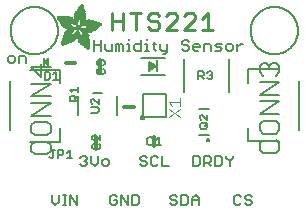
<source format=gbr>
G04 EAGLE Gerber RS-274X export*
G75*
%MOMM*%
%FSLAX34Y34*%
%LPD*%
%INSilkscreen Top*%
%IPPOS*%
%AMOC8*
5,1,8,0,0,1.08239X$1,22.5*%
G01*
%ADD10C,0.152400*%
%ADD11C,0.254000*%
%ADD12C,0.127000*%
%ADD13C,0.304800*%
%ADD14C,0.203200*%
%ADD15R,0.127000X0.762000*%
%ADD16R,0.200000X1.000000*%
%ADD17C,0.076200*%
%ADD18R,0.050800X0.006300*%
%ADD19R,0.082600X0.006400*%
%ADD20R,0.120600X0.006300*%
%ADD21R,0.139700X0.006400*%
%ADD22R,0.158800X0.006300*%
%ADD23R,0.177800X0.006400*%
%ADD24R,0.196800X0.006300*%
%ADD25R,0.215900X0.006400*%
%ADD26R,0.228600X0.006300*%
%ADD27R,0.241300X0.006400*%
%ADD28R,0.254000X0.006300*%
%ADD29R,0.266700X0.006400*%
%ADD30R,0.279400X0.006300*%
%ADD31R,0.285700X0.006400*%
%ADD32R,0.298400X0.006300*%
%ADD33R,0.311200X0.006400*%
%ADD34R,0.317500X0.006300*%
%ADD35R,0.330200X0.006400*%
%ADD36R,0.336600X0.006300*%
%ADD37R,0.349200X0.006400*%
%ADD38R,0.361900X0.006300*%
%ADD39R,0.368300X0.006400*%
%ADD40R,0.381000X0.006300*%
%ADD41R,0.387300X0.006400*%
%ADD42R,0.393700X0.006300*%
%ADD43R,0.406400X0.006400*%
%ADD44R,0.412700X0.006300*%
%ADD45R,0.419100X0.006400*%
%ADD46R,0.431800X0.006300*%
%ADD47R,0.438100X0.006400*%
%ADD48R,0.450800X0.006300*%
%ADD49R,0.457200X0.006400*%
%ADD50R,0.463500X0.006300*%
%ADD51R,0.476200X0.006400*%
%ADD52R,0.482600X0.006300*%
%ADD53R,0.488900X0.006400*%
%ADD54R,0.501600X0.006300*%
%ADD55R,0.508000X0.006400*%
%ADD56R,0.514300X0.006300*%
%ADD57R,0.527000X0.006400*%
%ADD58R,0.533400X0.006300*%
%ADD59R,0.546100X0.006400*%
%ADD60R,0.552400X0.006300*%
%ADD61R,0.558800X0.006400*%
%ADD62R,0.571500X0.006300*%
%ADD63R,0.577800X0.006400*%
%ADD64R,0.584200X0.006300*%
%ADD65R,0.596900X0.006400*%
%ADD66R,0.603200X0.006300*%
%ADD67R,0.609600X0.006400*%
%ADD68R,0.622300X0.006300*%
%ADD69R,0.628600X0.006400*%
%ADD70R,0.641300X0.006300*%
%ADD71R,0.647700X0.006400*%
%ADD72R,0.063500X0.006300*%
%ADD73R,0.654000X0.006300*%
%ADD74R,0.101600X0.006400*%
%ADD75R,0.666700X0.006400*%
%ADD76R,0.139700X0.006300*%
%ADD77R,0.673100X0.006300*%
%ADD78R,0.165100X0.006400*%
%ADD79R,0.679400X0.006400*%
%ADD80R,0.196900X0.006300*%
%ADD81R,0.692100X0.006300*%
%ADD82R,0.222200X0.006400*%
%ADD83R,0.698500X0.006400*%
%ADD84R,0.247700X0.006300*%
%ADD85R,0.704800X0.006300*%
%ADD86R,0.279400X0.006400*%
%ADD87R,0.717500X0.006400*%
%ADD88R,0.298500X0.006300*%
%ADD89R,0.723900X0.006300*%
%ADD90R,0.736600X0.006400*%
%ADD91R,0.342900X0.006300*%
%ADD92R,0.742900X0.006300*%
%ADD93R,0.374700X0.006400*%
%ADD94R,0.749300X0.006400*%
%ADD95R,0.762000X0.006300*%
%ADD96R,0.412700X0.006400*%
%ADD97R,0.768300X0.006400*%
%ADD98R,0.438100X0.006300*%
%ADD99R,0.774700X0.006300*%
%ADD100R,0.463600X0.006400*%
%ADD101R,0.787400X0.006400*%
%ADD102R,0.793700X0.006300*%
%ADD103R,0.495300X0.006400*%
%ADD104R,0.800100X0.006400*%
%ADD105R,0.520700X0.006300*%
%ADD106R,0.812800X0.006300*%
%ADD107R,0.533400X0.006400*%
%ADD108R,0.819100X0.006400*%
%ADD109R,0.558800X0.006300*%
%ADD110R,0.825500X0.006300*%
%ADD111R,0.577900X0.006400*%
%ADD112R,0.831800X0.006400*%
%ADD113R,0.596900X0.006300*%
%ADD114R,0.844500X0.006300*%
%ADD115R,0.616000X0.006400*%
%ADD116R,0.850900X0.006400*%
%ADD117R,0.635000X0.006300*%
%ADD118R,0.857200X0.006300*%
%ADD119R,0.654100X0.006400*%
%ADD120R,0.863600X0.006400*%
%ADD121R,0.666700X0.006300*%
%ADD122R,0.869900X0.006300*%
%ADD123R,0.685800X0.006400*%
%ADD124R,0.876300X0.006400*%
%ADD125R,0.882600X0.006300*%
%ADD126R,0.723900X0.006400*%
%ADD127R,0.889000X0.006400*%
%ADD128R,0.895300X0.006300*%
%ADD129R,0.755700X0.006400*%
%ADD130R,0.901700X0.006400*%
%ADD131R,0.908000X0.006300*%
%ADD132R,0.793800X0.006400*%
%ADD133R,0.914400X0.006400*%
%ADD134R,0.806400X0.006300*%
%ADD135R,0.920700X0.006300*%
%ADD136R,0.825500X0.006400*%
%ADD137R,0.927100X0.006400*%
%ADD138R,0.933400X0.006300*%
%ADD139R,0.857300X0.006400*%
%ADD140R,0.939800X0.006400*%
%ADD141R,0.870000X0.006300*%
%ADD142R,0.939800X0.006300*%
%ADD143R,0.946100X0.006400*%
%ADD144R,0.952500X0.006300*%
%ADD145R,0.908000X0.006400*%
%ADD146R,0.958800X0.006400*%
%ADD147R,0.965200X0.006300*%
%ADD148R,0.965200X0.006400*%
%ADD149R,0.971500X0.006300*%
%ADD150R,0.952500X0.006400*%
%ADD151R,0.977900X0.006400*%
%ADD152R,0.958800X0.006300*%
%ADD153R,0.984200X0.006300*%
%ADD154R,0.971500X0.006400*%
%ADD155R,0.984200X0.006400*%
%ADD156R,0.990600X0.006300*%
%ADD157R,0.984300X0.006400*%
%ADD158R,0.996900X0.006400*%
%ADD159R,0.997000X0.006300*%
%ADD160R,0.996900X0.006300*%
%ADD161R,1.003300X0.006400*%
%ADD162R,1.016000X0.006300*%
%ADD163R,1.009600X0.006300*%
%ADD164R,1.016000X0.006400*%
%ADD165R,1.009600X0.006400*%
%ADD166R,1.022300X0.006300*%
%ADD167R,1.028700X0.006400*%
%ADD168R,1.035100X0.006300*%
%ADD169R,1.047800X0.006400*%
%ADD170R,1.054100X0.006300*%
%ADD171R,1.028700X0.006300*%
%ADD172R,1.054100X0.006400*%
%ADD173R,1.035000X0.006400*%
%ADD174R,1.060400X0.006300*%
%ADD175R,1.035000X0.006300*%
%ADD176R,1.060500X0.006400*%
%ADD177R,1.041400X0.006400*%
%ADD178R,1.066800X0.006300*%
%ADD179R,1.041400X0.006300*%
%ADD180R,1.079500X0.006400*%
%ADD181R,1.047700X0.006400*%
%ADD182R,1.085900X0.006300*%
%ADD183R,1.047700X0.006300*%
%ADD184R,1.085800X0.006400*%
%ADD185R,1.092200X0.006300*%
%ADD186R,1.085900X0.006400*%
%ADD187R,1.098600X0.006300*%
%ADD188R,1.098600X0.006400*%
%ADD189R,1.060400X0.006400*%
%ADD190R,1.104900X0.006300*%
%ADD191R,1.104900X0.006400*%
%ADD192R,1.066800X0.006400*%
%ADD193R,1.111200X0.006300*%
%ADD194R,1.117600X0.006400*%
%ADD195R,1.117600X0.006300*%
%ADD196R,1.073100X0.006300*%
%ADD197R,1.073100X0.006400*%
%ADD198R,1.124000X0.006300*%
%ADD199R,1.079500X0.006300*%
%ADD200R,1.123900X0.006400*%
%ADD201R,1.130300X0.006300*%
%ADD202R,1.130300X0.006400*%
%ADD203R,1.136700X0.006400*%
%ADD204R,1.136700X0.006300*%
%ADD205R,1.085800X0.006300*%
%ADD206R,1.136600X0.006400*%
%ADD207R,1.136600X0.006300*%
%ADD208R,1.143000X0.006400*%
%ADD209R,1.143000X0.006300*%
%ADD210R,1.149400X0.006300*%
%ADD211R,1.149300X0.006300*%
%ADD212R,1.149300X0.006400*%
%ADD213R,1.149400X0.006400*%
%ADD214R,1.155700X0.006400*%
%ADD215R,1.155700X0.006300*%
%ADD216R,1.060500X0.006300*%
%ADD217R,2.197100X0.006400*%
%ADD218R,2.197100X0.006300*%
%ADD219R,2.184400X0.006300*%
%ADD220R,2.184400X0.006400*%
%ADD221R,2.171700X0.006400*%
%ADD222R,2.171700X0.006300*%
%ADD223R,1.530300X0.006400*%
%ADD224R,1.505000X0.006300*%
%ADD225R,1.492300X0.006400*%
%ADD226R,1.485900X0.006300*%
%ADD227R,0.565200X0.006300*%
%ADD228R,1.473200X0.006400*%
%ADD229R,0.565200X0.006400*%
%ADD230R,1.460500X0.006300*%
%ADD231R,1.454100X0.006400*%
%ADD232R,0.552400X0.006400*%
%ADD233R,1.441500X0.006300*%
%ADD234R,0.546100X0.006300*%
%ADD235R,1.435100X0.006400*%
%ADD236R,0.539800X0.006400*%
%ADD237R,1.428800X0.006300*%
%ADD238R,1.422400X0.006400*%
%ADD239R,1.409700X0.006300*%
%ADD240R,0.527100X0.006300*%
%ADD241R,1.403300X0.006400*%
%ADD242R,0.527100X0.006400*%
%ADD243R,1.390700X0.006300*%
%ADD244R,1.384300X0.006400*%
%ADD245R,0.520700X0.006400*%
%ADD246R,1.384300X0.006300*%
%ADD247R,0.514400X0.006300*%
%ADD248R,1.371600X0.006400*%
%ADD249R,1.365200X0.006300*%
%ADD250R,0.508000X0.006300*%
%ADD251R,1.352600X0.006400*%
%ADD252R,0.501700X0.006400*%
%ADD253R,0.711200X0.006300*%
%ADD254R,0.603300X0.006300*%
%ADD255R,0.501700X0.006300*%
%ADD256R,0.692100X0.006400*%
%ADD257R,0.571500X0.006400*%
%ADD258R,0.679400X0.006300*%
%ADD259R,0.495300X0.006300*%
%ADD260R,0.673100X0.006400*%
%ADD261R,0.666800X0.006300*%
%ADD262R,0.488900X0.006300*%
%ADD263R,0.660400X0.006400*%
%ADD264R,0.482600X0.006400*%
%ADD265R,0.476200X0.006300*%
%ADD266R,0.654000X0.006400*%
%ADD267R,0.469900X0.006400*%
%ADD268R,0.476300X0.006400*%
%ADD269R,0.647700X0.006300*%
%ADD270R,0.457200X0.006300*%
%ADD271R,0.469900X0.006300*%
%ADD272R,0.641300X0.006400*%
%ADD273R,0.444500X0.006400*%
%ADD274R,0.463600X0.006300*%
%ADD275R,0.635000X0.006400*%
%ADD276R,0.463500X0.006400*%
%ADD277R,0.393700X0.006400*%
%ADD278R,0.450800X0.006400*%
%ADD279R,0.628600X0.006300*%
%ADD280R,0.387400X0.006300*%
%ADD281R,0.450900X0.006300*%
%ADD282R,0.628700X0.006400*%
%ADD283R,0.374600X0.006400*%
%ADD284R,0.368300X0.006300*%
%ADD285R,0.438200X0.006300*%
%ADD286R,0.622300X0.006400*%
%ADD287R,0.355600X0.006400*%
%ADD288R,0.431800X0.006400*%
%ADD289R,0.349300X0.006300*%
%ADD290R,0.425400X0.006300*%
%ADD291R,0.615900X0.006300*%
%ADD292R,0.330200X0.006300*%
%ADD293R,0.419100X0.006300*%
%ADD294R,0.616000X0.006300*%
%ADD295R,0.311200X0.006300*%
%ADD296R,0.406400X0.006300*%
%ADD297R,0.615900X0.006400*%
%ADD298R,0.304800X0.006400*%
%ADD299R,0.158800X0.006400*%
%ADD300R,0.609600X0.006300*%
%ADD301R,0.292100X0.006300*%
%ADD302R,0.235000X0.006300*%
%ADD303R,0.387400X0.006400*%
%ADD304R,0.292100X0.006400*%
%ADD305R,0.336500X0.006300*%
%ADD306R,0.260400X0.006300*%
%ADD307R,0.603300X0.006400*%
%ADD308R,0.260400X0.006400*%
%ADD309R,0.362000X0.006400*%
%ADD310R,0.450900X0.006400*%
%ADD311R,0.355600X0.006300*%
%ADD312R,0.342900X0.006400*%
%ADD313R,0.514300X0.006400*%
%ADD314R,0.234900X0.006300*%
%ADD315R,0.539700X0.006300*%
%ADD316R,0.603200X0.006400*%
%ADD317R,0.234900X0.006400*%
%ADD318R,0.920700X0.006400*%
%ADD319R,0.958900X0.006400*%
%ADD320R,0.215900X0.006300*%
%ADD321R,0.209600X0.006400*%
%ADD322R,0.203200X0.006300*%
%ADD323R,1.003300X0.006300*%
%ADD324R,0.203200X0.006400*%
%ADD325R,0.196900X0.006400*%
%ADD326R,0.190500X0.006300*%
%ADD327R,0.190500X0.006400*%
%ADD328R,0.184200X0.006300*%
%ADD329R,0.590500X0.006400*%
%ADD330R,0.184200X0.006400*%
%ADD331R,0.590500X0.006300*%
%ADD332R,0.177800X0.006300*%
%ADD333R,0.584200X0.006400*%
%ADD334R,1.168400X0.006400*%
%ADD335R,0.171500X0.006300*%
%ADD336R,1.187500X0.006300*%
%ADD337R,1.200100X0.006400*%
%ADD338R,0.577800X0.006300*%
%ADD339R,1.212900X0.006300*%
%ADD340R,1.231900X0.006400*%
%ADD341R,1.250900X0.006300*%
%ADD342R,0.565100X0.006400*%
%ADD343R,0.184100X0.006400*%
%ADD344R,1.263700X0.006400*%
%ADD345R,0.565100X0.006300*%
%ADD346R,1.289100X0.006300*%
%ADD347R,1.314400X0.006400*%
%ADD348R,0.552500X0.006300*%
%ADD349R,1.568500X0.006300*%
%ADD350R,0.552500X0.006400*%
%ADD351R,1.581200X0.006400*%
%ADD352R,1.593800X0.006300*%
%ADD353R,1.606500X0.006400*%
%ADD354R,1.619300X0.006300*%
%ADD355R,0.514400X0.006400*%
%ADD356R,1.638300X0.006400*%
%ADD357R,1.657300X0.006300*%
%ADD358R,2.209800X0.006400*%
%ADD359R,2.425700X0.006300*%
%ADD360R,2.470100X0.006400*%
%ADD361R,2.501900X0.006300*%
%ADD362R,2.533700X0.006400*%
%ADD363R,2.559000X0.006300*%
%ADD364R,2.584500X0.006400*%
%ADD365R,2.609900X0.006300*%
%ADD366R,2.628900X0.006400*%
%ADD367R,2.660600X0.006300*%
%ADD368R,2.673400X0.006400*%
%ADD369R,1.422400X0.006300*%
%ADD370R,1.200200X0.006300*%
%ADD371R,1.365300X0.006300*%
%ADD372R,1.365300X0.006400*%
%ADD373R,1.352500X0.006300*%
%ADD374R,1.098500X0.006300*%
%ADD375R,1.358900X0.006400*%
%ADD376R,1.352600X0.006300*%
%ADD377R,1.358900X0.006300*%
%ADD378R,1.371600X0.006300*%
%ADD379R,1.377900X0.006400*%
%ADD380R,1.397000X0.006400*%
%ADD381R,1.403300X0.006300*%
%ADD382R,0.914400X0.006300*%
%ADD383R,0.876300X0.006300*%
%ADD384R,0.374600X0.006300*%
%ADD385R,1.073200X0.006400*%
%ADD386R,0.374700X0.006300*%
%ADD387R,0.844600X0.006400*%
%ADD388R,0.844600X0.006300*%
%ADD389R,0.831900X0.006400*%
%ADD390R,1.092200X0.006400*%
%ADD391R,0.400000X0.006300*%
%ADD392R,0.819200X0.006400*%
%ADD393R,1.111300X0.006400*%
%ADD394R,0.812800X0.006400*%
%ADD395R,0.800100X0.006300*%
%ADD396R,0.476300X0.006300*%
%ADD397R,1.181100X0.006300*%
%ADD398R,0.501600X0.006400*%
%ADD399R,1.193800X0.006400*%
%ADD400R,0.781000X0.006400*%
%ADD401R,1.238200X0.006400*%
%ADD402R,0.781100X0.006300*%
%ADD403R,1.257300X0.006300*%
%ADD404R,1.295400X0.006400*%
%ADD405R,1.333500X0.006300*%
%ADD406R,0.774700X0.006400*%
%ADD407R,1.866900X0.006400*%
%ADD408R,0.209600X0.006300*%
%ADD409R,1.866900X0.006300*%
%ADD410R,0.768400X0.006400*%
%ADD411R,0.209500X0.006400*%
%ADD412R,1.860600X0.006400*%
%ADD413R,0.762000X0.006400*%
%ADD414R,0.768400X0.006300*%
%ADD415R,1.860600X0.006300*%
%ADD416R,1.860500X0.006400*%
%ADD417R,0.222300X0.006300*%
%ADD418R,1.854200X0.006300*%
%ADD419R,0.235000X0.006400*%
%ADD420R,1.854200X0.006400*%
%ADD421R,0.768300X0.006300*%
%ADD422R,0.260300X0.006400*%
%ADD423R,1.847800X0.006400*%
%ADD424R,0.266700X0.006300*%
%ADD425R,1.847800X0.006300*%
%ADD426R,0.273100X0.006400*%
%ADD427R,1.841500X0.006400*%
%ADD428R,0.285800X0.006300*%
%ADD429R,1.841500X0.006300*%
%ADD430R,0.298500X0.006400*%
%ADD431R,1.835100X0.006400*%
%ADD432R,0.781000X0.006300*%
%ADD433R,0.304800X0.006300*%
%ADD434R,1.835100X0.006300*%
%ADD435R,0.317500X0.006400*%
%ADD436R,1.828800X0.006400*%
%ADD437R,0.787400X0.006300*%
%ADD438R,0.323800X0.006300*%
%ADD439R,1.828800X0.006300*%
%ADD440R,0.793700X0.006400*%
%ADD441R,1.822400X0.006400*%
%ADD442R,0.806500X0.006300*%
%ADD443R,1.822400X0.006300*%
%ADD444R,1.816100X0.006400*%
%ADD445R,0.819100X0.006300*%
%ADD446R,0.387300X0.006300*%
%ADD447R,1.816100X0.006300*%
%ADD448R,1.809800X0.006400*%
%ADD449R,1.803400X0.006300*%
%ADD450R,1.797000X0.006400*%
%ADD451R,0.901700X0.006300*%
%ADD452R,1.797000X0.006300*%
%ADD453R,1.441400X0.006400*%
%ADD454R,1.790700X0.006400*%
%ADD455R,1.447800X0.006300*%
%ADD456R,1.784300X0.006300*%
%ADD457R,1.447800X0.006400*%
%ADD458R,1.784300X0.006400*%
%ADD459R,1.454100X0.006300*%
%ADD460R,1.771700X0.006300*%
%ADD461R,1.460500X0.006400*%
%ADD462R,1.759000X0.006400*%
%ADD463R,1.466800X0.006300*%
%ADD464R,1.752600X0.006300*%
%ADD465R,1.466800X0.006400*%
%ADD466R,1.739900X0.006400*%
%ADD467R,1.473200X0.006300*%
%ADD468R,1.727200X0.006300*%
%ADD469R,1.479500X0.006400*%
%ADD470R,1.714500X0.006400*%
%ADD471R,1.695400X0.006300*%
%ADD472R,1.485900X0.006400*%
%ADD473R,1.682700X0.006400*%
%ADD474R,1.492200X0.006300*%
%ADD475R,1.663700X0.006300*%
%ADD476R,1.498600X0.006400*%
%ADD477R,1.644600X0.006400*%
%ADD478R,1.498600X0.006300*%
%ADD479R,1.619200X0.006300*%
%ADD480R,1.511300X0.006400*%
%ADD481R,1.600200X0.006400*%
%ADD482R,1.517700X0.006300*%
%ADD483R,1.574800X0.006300*%
%ADD484R,1.524000X0.006400*%
%ADD485R,1.555800X0.006400*%
%ADD486R,1.524000X0.006300*%
%ADD487R,1.536700X0.006300*%
%ADD488R,1.530400X0.006400*%
%ADD489R,1.517700X0.006400*%
%ADD490R,1.492300X0.006300*%
%ADD491R,1.549400X0.006400*%
%ADD492R,1.479600X0.006400*%
%ADD493R,1.549400X0.006300*%
%ADD494R,1.555700X0.006400*%
%ADD495R,1.562100X0.006300*%
%ADD496R,0.323900X0.006300*%
%ADD497R,1.568400X0.006400*%
%ADD498R,0.336600X0.006400*%
%ADD499R,1.587500X0.006300*%
%ADD500R,0.971600X0.006300*%
%ADD501R,0.349300X0.006400*%
%ADD502R,1.600200X0.006300*%
%ADD503R,0.920800X0.006300*%
%ADD504R,0.882700X0.006400*%
%ADD505R,1.612900X0.006300*%
%ADD506R,0.362000X0.006300*%
%ADD507R,1.625600X0.006400*%
%ADD508R,1.625600X0.006300*%
%ADD509R,1.644600X0.006300*%
%ADD510R,0.736600X0.006300*%
%ADD511R,0.717600X0.006400*%
%ADD512R,1.657400X0.006300*%
%ADD513R,0.679500X0.006300*%
%ADD514R,1.663700X0.006400*%
%ADD515R,0.400000X0.006400*%
%ADD516R,1.676400X0.006300*%
%ADD517R,1.676400X0.006400*%
%ADD518R,0.425500X0.006400*%
%ADD519R,1.352500X0.006400*%
%ADD520R,0.444500X0.006300*%
%ADD521R,0.361900X0.006400*%
%ADD522R,0.088900X0.006300*%
%ADD523R,1.009700X0.006300*%
%ADD524R,1.009700X0.006400*%
%ADD525R,1.022300X0.006400*%
%ADD526R,1.346200X0.006400*%
%ADD527R,1.346200X0.006300*%
%ADD528R,1.339900X0.006400*%
%ADD529R,1.035100X0.006400*%
%ADD530R,1.339800X0.006300*%
%ADD531R,1.333500X0.006400*%
%ADD532R,1.327200X0.006400*%
%ADD533R,1.320800X0.006300*%
%ADD534R,1.314500X0.006400*%
%ADD535R,1.314400X0.006300*%
%ADD536R,1.301700X0.006400*%
%ADD537R,1.295400X0.006300*%
%ADD538R,1.289000X0.006400*%
%ADD539R,1.276300X0.006300*%
%ADD540R,1.251000X0.006300*%
%ADD541R,1.244600X0.006400*%
%ADD542R,1.231900X0.006300*%
%ADD543R,1.212800X0.006400*%
%ADD544R,1.200100X0.006300*%
%ADD545R,1.187400X0.006400*%
%ADD546R,1.168400X0.006300*%
%ADD547R,1.047800X0.006300*%
%ADD548R,0.977900X0.006300*%
%ADD549R,0.946200X0.006400*%
%ADD550R,0.933400X0.006400*%
%ADD551R,0.895300X0.006400*%
%ADD552R,0.882700X0.006300*%
%ADD553R,0.863600X0.006300*%
%ADD554R,0.857200X0.006400*%
%ADD555R,0.850900X0.006300*%
%ADD556R,0.838200X0.006300*%
%ADD557R,0.806500X0.006400*%
%ADD558R,0.717600X0.006300*%
%ADD559R,0.711200X0.006400*%
%ADD560R,0.641400X0.006400*%
%ADD561R,0.641400X0.006300*%
%ADD562R,0.628700X0.006300*%
%ADD563R,0.590600X0.006300*%
%ADD564R,0.539700X0.006400*%
%ADD565R,0.285700X0.006300*%
%ADD566R,0.222200X0.006300*%
%ADD567R,0.171400X0.006300*%
%ADD568R,0.152400X0.006400*%
%ADD569R,0.133400X0.006300*%

G36*
X123775Y118913D02*
X123775Y118913D01*
X123846Y118911D01*
X123916Y118930D01*
X123987Y118938D01*
X124042Y118963D01*
X124121Y118983D01*
X124224Y119044D01*
X124293Y119075D01*
X127293Y121075D01*
X127380Y121152D01*
X127470Y121225D01*
X127485Y121247D01*
X127505Y121265D01*
X127567Y121362D01*
X127634Y121457D01*
X127642Y121483D01*
X127657Y121505D01*
X127689Y121616D01*
X127727Y121726D01*
X127728Y121753D01*
X127735Y121778D01*
X127735Y121894D01*
X127741Y122010D01*
X127735Y122036D01*
X127735Y122063D01*
X127703Y122174D01*
X127677Y122287D01*
X127664Y122310D01*
X127656Y122336D01*
X127594Y122434D01*
X127538Y122535D01*
X127520Y122551D01*
X127505Y122576D01*
X127297Y122761D01*
X127293Y122765D01*
X124293Y124765D01*
X124229Y124796D01*
X124169Y124836D01*
X124101Y124857D01*
X124037Y124888D01*
X123966Y124900D01*
X123898Y124921D01*
X123827Y124923D01*
X123757Y124935D01*
X123685Y124927D01*
X123614Y124929D01*
X123545Y124911D01*
X123474Y124902D01*
X123408Y124875D01*
X123339Y124857D01*
X123278Y124820D01*
X123212Y124793D01*
X123156Y124748D01*
X123094Y124712D01*
X123045Y124660D01*
X122990Y124615D01*
X122949Y124557D01*
X122900Y124504D01*
X122867Y124441D01*
X122826Y124383D01*
X122803Y124315D01*
X122770Y124251D01*
X122760Y124192D01*
X122733Y124114D01*
X122727Y123995D01*
X122715Y123920D01*
X122715Y119920D01*
X122725Y119849D01*
X122725Y119777D01*
X122745Y119709D01*
X122755Y119639D01*
X122784Y119573D01*
X122804Y119504D01*
X122842Y119444D01*
X122871Y119379D01*
X122917Y119324D01*
X122955Y119264D01*
X123009Y119216D01*
X123055Y119162D01*
X123114Y119122D01*
X123168Y119075D01*
X123232Y119044D01*
X123291Y119005D01*
X123360Y118983D01*
X123424Y118952D01*
X123494Y118940D01*
X123562Y118919D01*
X123634Y118917D01*
X123705Y118905D01*
X123775Y118913D01*
G37*
G36*
X37348Y122433D02*
X37348Y122433D01*
X37377Y122430D01*
X37469Y122450D01*
X37562Y122463D01*
X37589Y122476D01*
X37618Y122482D01*
X37698Y122530D01*
X37782Y122572D01*
X37803Y122593D01*
X37829Y122608D01*
X37890Y122680D01*
X37956Y122746D01*
X37969Y122772D01*
X37989Y122795D01*
X38024Y122882D01*
X38066Y122966D01*
X38070Y122996D01*
X38081Y123023D01*
X38099Y123190D01*
X38099Y128270D01*
X38094Y128299D01*
X38097Y128329D01*
X38075Y128420D01*
X38060Y128513D01*
X38046Y128539D01*
X38039Y128568D01*
X37988Y128647D01*
X37944Y128730D01*
X37923Y128751D01*
X37907Y128776D01*
X37834Y128835D01*
X37766Y128900D01*
X37739Y128912D01*
X37716Y128931D01*
X37628Y128964D01*
X37543Y129003D01*
X37513Y129006D01*
X37486Y129017D01*
X37392Y129020D01*
X37299Y129030D01*
X37269Y129024D01*
X37240Y129025D01*
X37150Y128998D01*
X37058Y128978D01*
X37033Y128963D01*
X37004Y128954D01*
X36862Y128864D01*
X33687Y126324D01*
X33618Y126247D01*
X33545Y126174D01*
X33536Y126157D01*
X33523Y126142D01*
X33481Y126046D01*
X33435Y125954D01*
X33433Y125934D01*
X33425Y125916D01*
X33416Y125813D01*
X33402Y125710D01*
X33406Y125691D01*
X33404Y125671D01*
X33429Y125570D01*
X33448Y125468D01*
X33458Y125451D01*
X33462Y125432D01*
X33518Y125345D01*
X33569Y125254D01*
X33586Y125237D01*
X33594Y125224D01*
X33619Y125204D01*
X33687Y125136D01*
X36862Y122596D01*
X36888Y122581D01*
X36910Y122561D01*
X36995Y122521D01*
X37077Y122475D01*
X37106Y122469D01*
X37133Y122457D01*
X37226Y122447D01*
X37318Y122429D01*
X37348Y122433D01*
G37*
D10*
X40358Y13215D02*
X40358Y7453D01*
X43240Y4572D01*
X46121Y7453D01*
X46121Y13215D01*
X49714Y4572D02*
X52595Y4572D01*
X51154Y4572D02*
X51154Y13215D01*
X49714Y13215D02*
X52595Y13215D01*
X55950Y13215D02*
X55950Y4572D01*
X61713Y4572D02*
X55950Y13215D01*
X61713Y13215D02*
X61713Y4572D01*
X64199Y44795D02*
X65640Y46235D01*
X68521Y46235D01*
X69961Y44795D01*
X69961Y43354D01*
X68521Y41914D01*
X67080Y41914D01*
X68521Y41914D02*
X69961Y40473D01*
X69961Y39033D01*
X68521Y37592D01*
X65640Y37592D01*
X64199Y39033D01*
X73554Y40473D02*
X73554Y46235D01*
X73554Y40473D02*
X76436Y37592D01*
X79317Y40473D01*
X79317Y46235D01*
X84350Y37592D02*
X87231Y37592D01*
X88672Y39033D01*
X88672Y41914D01*
X87231Y43354D01*
X84350Y43354D01*
X82910Y41914D01*
X82910Y39033D01*
X84350Y37592D01*
X93921Y13215D02*
X95361Y11775D01*
X93921Y13215D02*
X91040Y13215D01*
X89599Y11775D01*
X89599Y6013D01*
X91040Y4572D01*
X93921Y4572D01*
X95361Y6013D01*
X95361Y8894D01*
X92480Y8894D01*
X98954Y13215D02*
X98954Y4572D01*
X104717Y4572D02*
X98954Y13215D01*
X104717Y13215D02*
X104717Y4572D01*
X108310Y4572D02*
X108310Y13215D01*
X108310Y4572D02*
X112631Y4572D01*
X114072Y6013D01*
X114072Y11775D01*
X112631Y13215D01*
X108310Y13215D01*
X120761Y44795D02*
X119321Y46235D01*
X116440Y46235D01*
X114999Y44795D01*
X114999Y43354D01*
X116440Y41914D01*
X119321Y41914D01*
X120761Y40473D01*
X120761Y39033D01*
X119321Y37592D01*
X116440Y37592D01*
X114999Y39033D01*
X128676Y46235D02*
X130117Y44795D01*
X128676Y46235D02*
X125795Y46235D01*
X124354Y44795D01*
X124354Y39033D01*
X125795Y37592D01*
X128676Y37592D01*
X130117Y39033D01*
X133710Y37592D02*
X133710Y46235D01*
X133710Y37592D02*
X139472Y37592D01*
X159852Y37592D02*
X159852Y46235D01*
X159852Y37592D02*
X164173Y37592D01*
X165614Y39033D01*
X165614Y44795D01*
X164173Y46235D01*
X159852Y46235D01*
X169207Y46235D02*
X169207Y37592D01*
X169207Y46235D02*
X173529Y46235D01*
X174969Y44795D01*
X174969Y41914D01*
X173529Y40473D01*
X169207Y40473D01*
X172088Y40473D02*
X174969Y37592D01*
X178562Y37592D02*
X178562Y46235D01*
X178562Y37592D02*
X182884Y37592D01*
X184324Y39033D01*
X184324Y44795D01*
X182884Y46235D01*
X178562Y46235D01*
X187917Y46235D02*
X187917Y44795D01*
X190798Y41914D01*
X193679Y44795D01*
X193679Y46235D01*
X190798Y41914D02*
X190798Y37592D01*
D11*
X91553Y153035D02*
X91553Y167017D01*
X91553Y160026D02*
X100875Y160026D01*
X100875Y167017D02*
X100875Y153035D01*
X111416Y153035D02*
X111416Y167017D01*
X106756Y167017D02*
X116077Y167017D01*
X128949Y167017D02*
X131279Y164687D01*
X128949Y167017D02*
X124288Y167017D01*
X121958Y164687D01*
X121958Y162356D01*
X124288Y160026D01*
X128949Y160026D01*
X131279Y157696D01*
X131279Y155365D01*
X128949Y153035D01*
X124288Y153035D01*
X121958Y155365D01*
X137160Y153035D02*
X146481Y153035D01*
X137160Y153035D02*
X146481Y162356D01*
X146481Y164687D01*
X144151Y167017D01*
X139490Y167017D01*
X137160Y164687D01*
X152362Y153035D02*
X161683Y153035D01*
X152362Y153035D02*
X161683Y162356D01*
X161683Y164687D01*
X159353Y167017D01*
X154693Y167017D01*
X152362Y164687D01*
X167564Y162356D02*
X172225Y167017D01*
X172225Y153035D01*
X167564Y153035D02*
X176886Y153035D01*
D10*
X75755Y144025D02*
X75755Y135382D01*
X75755Y139704D02*
X81518Y139704D01*
X81518Y144025D02*
X81518Y135382D01*
X85110Y136823D02*
X85110Y141144D01*
X85110Y136823D02*
X86551Y135382D01*
X90873Y135382D01*
X90873Y141144D01*
X94466Y141144D02*
X94466Y135382D01*
X94466Y141144D02*
X95906Y141144D01*
X97347Y139704D01*
X97347Y135382D01*
X97347Y139704D02*
X98787Y141144D01*
X100228Y139704D01*
X100228Y135382D01*
X103821Y141144D02*
X105261Y141144D01*
X105261Y135382D01*
X103821Y135382D02*
X106702Y135382D01*
X105261Y144025D02*
X105261Y145466D01*
X115820Y144025D02*
X115820Y135382D01*
X111498Y135382D01*
X110058Y136823D01*
X110058Y139704D01*
X111498Y141144D01*
X115820Y141144D01*
X119413Y141144D02*
X120853Y141144D01*
X120853Y135382D01*
X119413Y135382D02*
X122294Y135382D01*
X120853Y144025D02*
X120853Y145466D01*
X127090Y142585D02*
X127090Y136823D01*
X128531Y135382D01*
X128531Y141144D02*
X125650Y141144D01*
X131886Y141144D02*
X131886Y136823D01*
X133327Y135382D01*
X137649Y135382D01*
X137649Y133941D02*
X137649Y141144D01*
X137649Y133941D02*
X136208Y132501D01*
X134767Y132501D01*
X154918Y144025D02*
X156359Y142585D01*
X154918Y144025D02*
X152037Y144025D01*
X150597Y142585D01*
X150597Y141144D01*
X152037Y139704D01*
X154918Y139704D01*
X156359Y138263D01*
X156359Y136823D01*
X154918Y135382D01*
X152037Y135382D01*
X150597Y136823D01*
X161392Y135382D02*
X164274Y135382D01*
X161392Y135382D02*
X159952Y136823D01*
X159952Y139704D01*
X161392Y141144D01*
X164274Y141144D01*
X165714Y139704D01*
X165714Y138263D01*
X159952Y138263D01*
X169307Y135382D02*
X169307Y141144D01*
X173629Y141144D01*
X175069Y139704D01*
X175069Y135382D01*
X178662Y135382D02*
X182984Y135382D01*
X184425Y136823D01*
X182984Y138263D01*
X180103Y138263D01*
X178662Y139704D01*
X180103Y141144D01*
X184425Y141144D01*
X189458Y135382D02*
X192339Y135382D01*
X193780Y136823D01*
X193780Y139704D01*
X192339Y141144D01*
X189458Y141144D01*
X188017Y139704D01*
X188017Y136823D01*
X189458Y135382D01*
X197373Y135382D02*
X197373Y141144D01*
X197373Y138263D02*
X200254Y141144D01*
X201694Y141144D01*
D12*
X7624Y125095D02*
X4658Y125095D01*
X7624Y125095D02*
X9107Y126578D01*
X9107Y129544D01*
X7624Y131027D01*
X4658Y131027D01*
X3175Y129544D01*
X3175Y126578D01*
X4658Y125095D01*
X12530Y125095D02*
X12530Y131027D01*
X16979Y131027D01*
X18462Y129544D01*
X18462Y125095D01*
D10*
X198929Y13215D02*
X200369Y11775D01*
X198929Y13215D02*
X196047Y13215D01*
X194607Y11775D01*
X194607Y6013D01*
X196047Y4572D01*
X198929Y4572D01*
X200369Y6013D01*
X208284Y13215D02*
X209724Y11775D01*
X208284Y13215D02*
X205403Y13215D01*
X203962Y11775D01*
X203962Y10334D01*
X205403Y8894D01*
X208284Y8894D01*
X209724Y7453D01*
X209724Y6013D01*
X208284Y4572D01*
X205403Y4572D01*
X203962Y6013D01*
X146161Y11775D02*
X144721Y13215D01*
X141840Y13215D01*
X140399Y11775D01*
X140399Y10334D01*
X141840Y8894D01*
X144721Y8894D01*
X146161Y7453D01*
X146161Y6013D01*
X144721Y4572D01*
X141840Y4572D01*
X140399Y6013D01*
X149754Y4572D02*
X149754Y13215D01*
X149754Y4572D02*
X154076Y4572D01*
X155517Y6013D01*
X155517Y11775D01*
X154076Y13215D01*
X149754Y13215D01*
X159110Y10334D02*
X159110Y4572D01*
X159110Y10334D02*
X161991Y13215D01*
X164872Y10334D01*
X164872Y4572D01*
X164872Y8894D02*
X159110Y8894D01*
D13*
X77470Y52070D02*
X77470Y62230D01*
D10*
X75518Y56240D02*
X74416Y55139D01*
X74416Y52935D01*
X75518Y51834D01*
X79924Y51834D01*
X81026Y52935D01*
X81026Y55139D01*
X79924Y56240D01*
X81026Y59318D02*
X81026Y63724D01*
X81026Y59318D02*
X76620Y63724D01*
X75518Y63724D01*
X74416Y62623D01*
X74416Y60419D01*
X75518Y59318D01*
D14*
X62240Y80900D02*
X62240Y96900D01*
X95240Y96900D02*
X95240Y80900D01*
X82740Y99400D02*
X74740Y99400D01*
D10*
X73146Y82854D02*
X78654Y82854D01*
X79756Y83955D01*
X79756Y86159D01*
X78654Y87260D01*
X73146Y87260D01*
X79756Y90338D02*
X79756Y94744D01*
X79756Y90338D02*
X75350Y94744D01*
X74248Y94744D01*
X73146Y93643D01*
X73146Y91439D01*
X74248Y90338D01*
D13*
X81280Y116840D02*
X81280Y127000D01*
D10*
X79328Y119740D02*
X78226Y118639D01*
X78226Y116435D01*
X79328Y115334D01*
X83734Y115334D01*
X84836Y116435D01*
X84836Y118639D01*
X83734Y119740D01*
X79328Y122818D02*
X78226Y123919D01*
X78226Y126123D01*
X79328Y127224D01*
X80430Y127224D01*
X81531Y126123D01*
X81531Y125021D01*
X81531Y126123D02*
X82633Y127224D01*
X83734Y127224D01*
X84836Y126123D01*
X84836Y123919D01*
X83734Y122818D01*
D13*
X126746Y62420D02*
X126746Y54420D01*
D10*
X125564Y60880D02*
X124463Y61982D01*
X122260Y61982D01*
X121158Y60880D01*
X121158Y56474D01*
X122260Y55372D01*
X124463Y55372D01*
X125564Y56474D01*
X128642Y59778D02*
X130845Y61982D01*
X130845Y55372D01*
X128642Y55372D02*
X133049Y55372D01*
D14*
X152450Y100300D02*
X152450Y128300D01*
X190450Y128300D02*
X190450Y100300D01*
D10*
X164354Y111254D02*
X164354Y117864D01*
X167659Y117864D01*
X168760Y116762D01*
X168760Y114559D01*
X167659Y113457D01*
X164354Y113457D01*
X166557Y113457D02*
X168760Y111254D01*
X171838Y116762D02*
X172939Y117864D01*
X175143Y117864D01*
X176244Y116762D01*
X176244Y115660D01*
X175143Y114559D01*
X174041Y114559D01*
X175143Y114559D02*
X176244Y113457D01*
X176244Y112356D01*
X175143Y111254D01*
X172939Y111254D01*
X171838Y112356D01*
D14*
X173410Y63930D02*
X164410Y63930D01*
X164410Y85930D02*
X173410Y85930D01*
X171410Y59930D02*
X171412Y59993D01*
X171418Y60055D01*
X171428Y60117D01*
X171441Y60179D01*
X171459Y60239D01*
X171480Y60298D01*
X171505Y60356D01*
X171534Y60412D01*
X171566Y60466D01*
X171601Y60518D01*
X171639Y60567D01*
X171681Y60615D01*
X171725Y60659D01*
X171773Y60701D01*
X171822Y60739D01*
X171874Y60774D01*
X171928Y60806D01*
X171984Y60835D01*
X172042Y60860D01*
X172101Y60881D01*
X172161Y60899D01*
X172223Y60912D01*
X172285Y60922D01*
X172347Y60928D01*
X172410Y60930D01*
X172473Y60928D01*
X172535Y60922D01*
X172597Y60912D01*
X172659Y60899D01*
X172719Y60881D01*
X172778Y60860D01*
X172836Y60835D01*
X172892Y60806D01*
X172946Y60774D01*
X172998Y60739D01*
X173047Y60701D01*
X173095Y60659D01*
X173139Y60615D01*
X173181Y60567D01*
X173219Y60518D01*
X173254Y60466D01*
X173286Y60412D01*
X173315Y60356D01*
X173340Y60298D01*
X173361Y60239D01*
X173379Y60179D01*
X173392Y60117D01*
X173402Y60055D01*
X173408Y59993D01*
X173410Y59930D01*
X173408Y59867D01*
X173402Y59805D01*
X173392Y59743D01*
X173379Y59681D01*
X173361Y59621D01*
X173340Y59562D01*
X173315Y59504D01*
X173286Y59448D01*
X173254Y59394D01*
X173219Y59342D01*
X173181Y59293D01*
X173139Y59245D01*
X173095Y59201D01*
X173047Y59159D01*
X172998Y59121D01*
X172946Y59086D01*
X172892Y59054D01*
X172836Y59025D01*
X172778Y59000D01*
X172719Y58979D01*
X172659Y58961D01*
X172597Y58948D01*
X172535Y58938D01*
X172473Y58932D01*
X172410Y58930D01*
X172347Y58932D01*
X172285Y58938D01*
X172223Y58948D01*
X172161Y58961D01*
X172101Y58979D01*
X172042Y59000D01*
X171984Y59025D01*
X171928Y59054D01*
X171874Y59086D01*
X171822Y59121D01*
X171773Y59159D01*
X171725Y59201D01*
X171681Y59245D01*
X171639Y59293D01*
X171601Y59342D01*
X171566Y59394D01*
X171534Y59448D01*
X171505Y59504D01*
X171480Y59562D01*
X171459Y59621D01*
X171441Y59681D01*
X171428Y59743D01*
X171418Y59805D01*
X171412Y59867D01*
X171410Y59930D01*
D10*
X170856Y69342D02*
X166450Y69342D01*
X165348Y70444D01*
X165348Y72647D01*
X166450Y73748D01*
X170856Y73748D01*
X171958Y72647D01*
X171958Y70444D01*
X170856Y69342D01*
X169755Y71545D02*
X171958Y73748D01*
X171958Y76826D02*
X171958Y81233D01*
X167552Y81233D02*
X171958Y76826D01*
X167552Y81233D02*
X166450Y81233D01*
X165348Y80131D01*
X165348Y77928D01*
X166450Y76826D01*
D14*
X5400Y152400D02*
X5406Y152891D01*
X5424Y153381D01*
X5454Y153871D01*
X5496Y154360D01*
X5550Y154848D01*
X5616Y155335D01*
X5694Y155819D01*
X5784Y156302D01*
X5886Y156782D01*
X5999Y157260D01*
X6124Y157734D01*
X6261Y158206D01*
X6409Y158674D01*
X6569Y159138D01*
X6740Y159598D01*
X6922Y160054D01*
X7116Y160505D01*
X7320Y160951D01*
X7536Y161392D01*
X7762Y161828D01*
X7998Y162258D01*
X8245Y162682D01*
X8503Y163100D01*
X8771Y163511D01*
X9048Y163916D01*
X9336Y164314D01*
X9633Y164705D01*
X9940Y165088D01*
X10256Y165463D01*
X10581Y165831D01*
X10915Y166191D01*
X11258Y166542D01*
X11609Y166885D01*
X11969Y167219D01*
X12337Y167544D01*
X12712Y167860D01*
X13095Y168167D01*
X13486Y168464D01*
X13884Y168752D01*
X14289Y169029D01*
X14700Y169297D01*
X15118Y169555D01*
X15542Y169802D01*
X15972Y170038D01*
X16408Y170264D01*
X16849Y170480D01*
X17295Y170684D01*
X17746Y170878D01*
X18202Y171060D01*
X18662Y171231D01*
X19126Y171391D01*
X19594Y171539D01*
X20066Y171676D01*
X20540Y171801D01*
X21018Y171914D01*
X21498Y172016D01*
X21981Y172106D01*
X22465Y172184D01*
X22952Y172250D01*
X23440Y172304D01*
X23929Y172346D01*
X24419Y172376D01*
X24909Y172394D01*
X25400Y172400D01*
X25891Y172394D01*
X26381Y172376D01*
X26871Y172346D01*
X27360Y172304D01*
X27848Y172250D01*
X28335Y172184D01*
X28819Y172106D01*
X29302Y172016D01*
X29782Y171914D01*
X30260Y171801D01*
X30734Y171676D01*
X31206Y171539D01*
X31674Y171391D01*
X32138Y171231D01*
X32598Y171060D01*
X33054Y170878D01*
X33505Y170684D01*
X33951Y170480D01*
X34392Y170264D01*
X34828Y170038D01*
X35258Y169802D01*
X35682Y169555D01*
X36100Y169297D01*
X36511Y169029D01*
X36916Y168752D01*
X37314Y168464D01*
X37705Y168167D01*
X38088Y167860D01*
X38463Y167544D01*
X38831Y167219D01*
X39191Y166885D01*
X39542Y166542D01*
X39885Y166191D01*
X40219Y165831D01*
X40544Y165463D01*
X40860Y165088D01*
X41167Y164705D01*
X41464Y164314D01*
X41752Y163916D01*
X42029Y163511D01*
X42297Y163100D01*
X42555Y162682D01*
X42802Y162258D01*
X43038Y161828D01*
X43264Y161392D01*
X43480Y160951D01*
X43684Y160505D01*
X43878Y160054D01*
X44060Y159598D01*
X44231Y159138D01*
X44391Y158674D01*
X44539Y158206D01*
X44676Y157734D01*
X44801Y157260D01*
X44914Y156782D01*
X45016Y156302D01*
X45106Y155819D01*
X45184Y155335D01*
X45250Y154848D01*
X45304Y154360D01*
X45346Y153871D01*
X45376Y153381D01*
X45394Y152891D01*
X45400Y152400D01*
X45394Y151909D01*
X45376Y151419D01*
X45346Y150929D01*
X45304Y150440D01*
X45250Y149952D01*
X45184Y149465D01*
X45106Y148981D01*
X45016Y148498D01*
X44914Y148018D01*
X44801Y147540D01*
X44676Y147066D01*
X44539Y146594D01*
X44391Y146126D01*
X44231Y145662D01*
X44060Y145202D01*
X43878Y144746D01*
X43684Y144295D01*
X43480Y143849D01*
X43264Y143408D01*
X43038Y142972D01*
X42802Y142542D01*
X42555Y142118D01*
X42297Y141700D01*
X42029Y141289D01*
X41752Y140884D01*
X41464Y140486D01*
X41167Y140095D01*
X40860Y139712D01*
X40544Y139337D01*
X40219Y138969D01*
X39885Y138609D01*
X39542Y138258D01*
X39191Y137915D01*
X38831Y137581D01*
X38463Y137256D01*
X38088Y136940D01*
X37705Y136633D01*
X37314Y136336D01*
X36916Y136048D01*
X36511Y135771D01*
X36100Y135503D01*
X35682Y135245D01*
X35258Y134998D01*
X34828Y134762D01*
X34392Y134536D01*
X33951Y134320D01*
X33505Y134116D01*
X33054Y133922D01*
X32598Y133740D01*
X32138Y133569D01*
X31674Y133409D01*
X31206Y133261D01*
X30734Y133124D01*
X30260Y132999D01*
X29782Y132886D01*
X29302Y132784D01*
X28819Y132694D01*
X28335Y132616D01*
X27848Y132550D01*
X27360Y132496D01*
X26871Y132454D01*
X26381Y132424D01*
X25891Y132406D01*
X25400Y132400D01*
X24909Y132406D01*
X24419Y132424D01*
X23929Y132454D01*
X23440Y132496D01*
X22952Y132550D01*
X22465Y132616D01*
X21981Y132694D01*
X21498Y132784D01*
X21018Y132886D01*
X20540Y132999D01*
X20066Y133124D01*
X19594Y133261D01*
X19126Y133409D01*
X18662Y133569D01*
X18202Y133740D01*
X17746Y133922D01*
X17295Y134116D01*
X16849Y134320D01*
X16408Y134536D01*
X15972Y134762D01*
X15542Y134998D01*
X15118Y135245D01*
X14700Y135503D01*
X14289Y135771D01*
X13884Y136048D01*
X13486Y136336D01*
X13095Y136633D01*
X12712Y136940D01*
X12337Y137256D01*
X11969Y137581D01*
X11609Y137915D01*
X11258Y138258D01*
X10915Y138609D01*
X10581Y138969D01*
X10256Y139337D01*
X9940Y139712D01*
X9633Y140095D01*
X9336Y140486D01*
X9048Y140884D01*
X8771Y141289D01*
X8503Y141700D01*
X8245Y142118D01*
X7998Y142542D01*
X7762Y142972D01*
X7536Y143408D01*
X7320Y143849D01*
X7116Y144295D01*
X6922Y144746D01*
X6740Y145202D01*
X6569Y145662D01*
X6409Y146126D01*
X6261Y146594D01*
X6124Y147066D01*
X5999Y147540D01*
X5886Y148018D01*
X5784Y148498D01*
X5694Y148981D01*
X5616Y149465D01*
X5550Y149952D01*
X5496Y150440D01*
X5454Y150929D01*
X5424Y151419D01*
X5406Y151909D01*
X5400Y152400D01*
X208600Y152400D02*
X208606Y152891D01*
X208624Y153381D01*
X208654Y153871D01*
X208696Y154360D01*
X208750Y154848D01*
X208816Y155335D01*
X208894Y155819D01*
X208984Y156302D01*
X209086Y156782D01*
X209199Y157260D01*
X209324Y157734D01*
X209461Y158206D01*
X209609Y158674D01*
X209769Y159138D01*
X209940Y159598D01*
X210122Y160054D01*
X210316Y160505D01*
X210520Y160951D01*
X210736Y161392D01*
X210962Y161828D01*
X211198Y162258D01*
X211445Y162682D01*
X211703Y163100D01*
X211971Y163511D01*
X212248Y163916D01*
X212536Y164314D01*
X212833Y164705D01*
X213140Y165088D01*
X213456Y165463D01*
X213781Y165831D01*
X214115Y166191D01*
X214458Y166542D01*
X214809Y166885D01*
X215169Y167219D01*
X215537Y167544D01*
X215912Y167860D01*
X216295Y168167D01*
X216686Y168464D01*
X217084Y168752D01*
X217489Y169029D01*
X217900Y169297D01*
X218318Y169555D01*
X218742Y169802D01*
X219172Y170038D01*
X219608Y170264D01*
X220049Y170480D01*
X220495Y170684D01*
X220946Y170878D01*
X221402Y171060D01*
X221862Y171231D01*
X222326Y171391D01*
X222794Y171539D01*
X223266Y171676D01*
X223740Y171801D01*
X224218Y171914D01*
X224698Y172016D01*
X225181Y172106D01*
X225665Y172184D01*
X226152Y172250D01*
X226640Y172304D01*
X227129Y172346D01*
X227619Y172376D01*
X228109Y172394D01*
X228600Y172400D01*
X229091Y172394D01*
X229581Y172376D01*
X230071Y172346D01*
X230560Y172304D01*
X231048Y172250D01*
X231535Y172184D01*
X232019Y172106D01*
X232502Y172016D01*
X232982Y171914D01*
X233460Y171801D01*
X233934Y171676D01*
X234406Y171539D01*
X234874Y171391D01*
X235338Y171231D01*
X235798Y171060D01*
X236254Y170878D01*
X236705Y170684D01*
X237151Y170480D01*
X237592Y170264D01*
X238028Y170038D01*
X238458Y169802D01*
X238882Y169555D01*
X239300Y169297D01*
X239711Y169029D01*
X240116Y168752D01*
X240514Y168464D01*
X240905Y168167D01*
X241288Y167860D01*
X241663Y167544D01*
X242031Y167219D01*
X242391Y166885D01*
X242742Y166542D01*
X243085Y166191D01*
X243419Y165831D01*
X243744Y165463D01*
X244060Y165088D01*
X244367Y164705D01*
X244664Y164314D01*
X244952Y163916D01*
X245229Y163511D01*
X245497Y163100D01*
X245755Y162682D01*
X246002Y162258D01*
X246238Y161828D01*
X246464Y161392D01*
X246680Y160951D01*
X246884Y160505D01*
X247078Y160054D01*
X247260Y159598D01*
X247431Y159138D01*
X247591Y158674D01*
X247739Y158206D01*
X247876Y157734D01*
X248001Y157260D01*
X248114Y156782D01*
X248216Y156302D01*
X248306Y155819D01*
X248384Y155335D01*
X248450Y154848D01*
X248504Y154360D01*
X248546Y153871D01*
X248576Y153381D01*
X248594Y152891D01*
X248600Y152400D01*
X248594Y151909D01*
X248576Y151419D01*
X248546Y150929D01*
X248504Y150440D01*
X248450Y149952D01*
X248384Y149465D01*
X248306Y148981D01*
X248216Y148498D01*
X248114Y148018D01*
X248001Y147540D01*
X247876Y147066D01*
X247739Y146594D01*
X247591Y146126D01*
X247431Y145662D01*
X247260Y145202D01*
X247078Y144746D01*
X246884Y144295D01*
X246680Y143849D01*
X246464Y143408D01*
X246238Y142972D01*
X246002Y142542D01*
X245755Y142118D01*
X245497Y141700D01*
X245229Y141289D01*
X244952Y140884D01*
X244664Y140486D01*
X244367Y140095D01*
X244060Y139712D01*
X243744Y139337D01*
X243419Y138969D01*
X243085Y138609D01*
X242742Y138258D01*
X242391Y137915D01*
X242031Y137581D01*
X241663Y137256D01*
X241288Y136940D01*
X240905Y136633D01*
X240514Y136336D01*
X240116Y136048D01*
X239711Y135771D01*
X239300Y135503D01*
X238882Y135245D01*
X238458Y134998D01*
X238028Y134762D01*
X237592Y134536D01*
X237151Y134320D01*
X236705Y134116D01*
X236254Y133922D01*
X235798Y133740D01*
X235338Y133569D01*
X234874Y133409D01*
X234406Y133261D01*
X233934Y133124D01*
X233460Y132999D01*
X232982Y132886D01*
X232502Y132784D01*
X232019Y132694D01*
X231535Y132616D01*
X231048Y132550D01*
X230560Y132496D01*
X230071Y132454D01*
X229581Y132424D01*
X229091Y132406D01*
X228600Y132400D01*
X228109Y132406D01*
X227619Y132424D01*
X227129Y132454D01*
X226640Y132496D01*
X226152Y132550D01*
X225665Y132616D01*
X225181Y132694D01*
X224698Y132784D01*
X224218Y132886D01*
X223740Y132999D01*
X223266Y133124D01*
X222794Y133261D01*
X222326Y133409D01*
X221862Y133569D01*
X221402Y133740D01*
X220946Y133922D01*
X220495Y134116D01*
X220049Y134320D01*
X219608Y134536D01*
X219172Y134762D01*
X218742Y134998D01*
X218318Y135245D01*
X217900Y135503D01*
X217489Y135771D01*
X217084Y136048D01*
X216686Y136336D01*
X216295Y136633D01*
X215912Y136940D01*
X215537Y137256D01*
X215169Y137581D01*
X214809Y137915D01*
X214458Y138258D01*
X214115Y138609D01*
X213781Y138969D01*
X213456Y139337D01*
X213140Y139712D01*
X212833Y140095D01*
X212536Y140486D01*
X212248Y140884D01*
X211971Y141289D01*
X211703Y141700D01*
X211445Y142118D01*
X211198Y142542D01*
X210962Y142972D01*
X210736Y143408D01*
X210520Y143849D01*
X210316Y144295D01*
X210122Y144746D01*
X209940Y145202D01*
X209769Y145662D01*
X209609Y146126D01*
X209461Y146594D01*
X209324Y147066D01*
X209199Y147540D01*
X209086Y148018D01*
X208984Y148498D01*
X208894Y148981D01*
X208816Y149465D01*
X208750Y149952D01*
X208696Y150440D01*
X208654Y150929D01*
X208624Y151419D01*
X208606Y151909D01*
X208600Y152400D01*
D10*
X206460Y58900D02*
X232460Y58900D01*
X206460Y58900D02*
X206460Y69900D01*
X206460Y107900D02*
X206460Y119900D01*
X232460Y119900D01*
X249460Y109900D02*
X249460Y67900D01*
X218780Y59589D02*
X216068Y56877D01*
X216068Y51454D01*
X218780Y48742D01*
X229626Y48742D01*
X232338Y51454D01*
X232338Y56877D01*
X229626Y59589D01*
X216068Y67825D02*
X216068Y73249D01*
X216068Y67825D02*
X218780Y65114D01*
X229626Y65114D01*
X232338Y67825D01*
X232338Y73249D01*
X229626Y75960D01*
X218780Y75960D01*
X216068Y73249D01*
X216068Y81485D02*
X232338Y81485D01*
X232338Y92332D02*
X216068Y81485D01*
X216068Y92332D02*
X232338Y92332D01*
X232338Y97857D02*
X216068Y97857D01*
X232338Y108703D01*
X216068Y108703D01*
X218780Y114228D02*
X216068Y116940D01*
X216068Y122363D01*
X218780Y125075D01*
X221491Y125075D01*
X224203Y122363D01*
X224203Y119652D01*
X224203Y122363D02*
X226915Y125075D01*
X229626Y125075D01*
X232338Y122363D01*
X232338Y116940D01*
X229626Y114228D01*
X47540Y118900D02*
X21540Y118900D01*
X47540Y118900D02*
X47540Y107900D01*
X47540Y69900D02*
X47540Y57900D01*
X21540Y57900D01*
X4540Y67900D02*
X4540Y109900D01*
X25630Y58301D02*
X22918Y55589D01*
X22918Y50166D01*
X25630Y47454D01*
X36476Y47454D01*
X39188Y50166D01*
X39188Y55589D01*
X36476Y58301D01*
X22918Y66537D02*
X22918Y71961D01*
X22918Y66537D02*
X25630Y63826D01*
X36476Y63826D01*
X39188Y66537D01*
X39188Y71961D01*
X36476Y74672D01*
X25630Y74672D01*
X22918Y71961D01*
X22918Y80197D02*
X39188Y80197D01*
X39188Y91044D02*
X22918Y80197D01*
X22918Y91044D02*
X39188Y91044D01*
X39188Y96569D02*
X22918Y96569D01*
X39188Y107415D01*
X22918Y107415D01*
X22918Y121075D02*
X39188Y121075D01*
X31053Y112940D02*
X22918Y121075D01*
X31053Y123787D02*
X31053Y112940D01*
D15*
X33528Y125730D03*
D10*
X34054Y117354D02*
X34054Y110744D01*
X37359Y110744D01*
X38460Y111846D01*
X38460Y116252D01*
X37359Y117354D01*
X34054Y117354D01*
X41538Y115150D02*
X43741Y117354D01*
X43741Y110744D01*
X41538Y110744D02*
X45944Y110744D01*
D13*
X51880Y124460D02*
X59880Y124460D01*
D10*
X61976Y92474D02*
X55366Y92474D01*
X55366Y95779D01*
X56468Y96880D01*
X58671Y96880D01*
X59773Y95779D01*
X59773Y92474D01*
X59773Y94677D02*
X61976Y96880D01*
X57570Y99958D02*
X55366Y102161D01*
X61976Y102161D01*
X61976Y99958D02*
X61976Y104364D01*
D14*
X115730Y114920D02*
X135730Y114920D01*
X135730Y128920D02*
X115730Y128920D01*
X122230Y117920D02*
X128230Y121920D01*
X122230Y117920D02*
X122230Y125920D01*
X128230Y121920D01*
D16*
X129230Y121920D03*
D13*
X109410Y87630D02*
X101410Y87630D01*
D10*
X39202Y44450D02*
X38100Y45552D01*
X39202Y44450D02*
X40303Y44450D01*
X41405Y45552D01*
X41405Y51060D01*
X42506Y51060D02*
X40303Y51060D01*
X45584Y51060D02*
X45584Y44450D01*
X45584Y51060D02*
X48889Y51060D01*
X49991Y49958D01*
X49991Y47755D01*
X48889Y46653D01*
X45584Y46653D01*
X53068Y48856D02*
X55272Y51060D01*
X55272Y44450D01*
X57475Y44450D02*
X53068Y44450D01*
X117000Y78900D02*
X117000Y98900D01*
X137000Y98900D01*
X137000Y78900D01*
X117000Y78900D01*
X115586Y78900D02*
X115588Y78975D01*
X115594Y79049D01*
X115604Y79123D01*
X115617Y79196D01*
X115635Y79269D01*
X115656Y79340D01*
X115681Y79411D01*
X115710Y79480D01*
X115743Y79547D01*
X115779Y79612D01*
X115818Y79676D01*
X115860Y79737D01*
X115906Y79796D01*
X115955Y79853D01*
X116007Y79906D01*
X116061Y79957D01*
X116118Y80006D01*
X116178Y80050D01*
X116240Y80092D01*
X116304Y80131D01*
X116370Y80166D01*
X116437Y80197D01*
X116507Y80225D01*
X116577Y80249D01*
X116649Y80270D01*
X116722Y80286D01*
X116795Y80299D01*
X116870Y80308D01*
X116944Y80313D01*
X117019Y80314D01*
X117093Y80311D01*
X117168Y80304D01*
X117241Y80293D01*
X117315Y80279D01*
X117387Y80260D01*
X117458Y80238D01*
X117528Y80212D01*
X117597Y80182D01*
X117663Y80149D01*
X117728Y80112D01*
X117791Y80072D01*
X117852Y80028D01*
X117910Y79982D01*
X117966Y79932D01*
X118019Y79880D01*
X118070Y79825D01*
X118117Y79767D01*
X118161Y79707D01*
X118202Y79644D01*
X118240Y79580D01*
X118274Y79514D01*
X118305Y79445D01*
X118332Y79376D01*
X118355Y79305D01*
X118374Y79233D01*
X118390Y79160D01*
X118402Y79086D01*
X118410Y79012D01*
X118414Y78937D01*
X118414Y78863D01*
X118410Y78788D01*
X118402Y78714D01*
X118390Y78640D01*
X118374Y78567D01*
X118355Y78495D01*
X118332Y78424D01*
X118305Y78355D01*
X118274Y78286D01*
X118240Y78220D01*
X118202Y78156D01*
X118161Y78093D01*
X118117Y78033D01*
X118070Y77975D01*
X118019Y77920D01*
X117966Y77868D01*
X117910Y77818D01*
X117852Y77772D01*
X117791Y77728D01*
X117728Y77688D01*
X117663Y77651D01*
X117597Y77618D01*
X117528Y77588D01*
X117458Y77562D01*
X117387Y77540D01*
X117315Y77521D01*
X117241Y77507D01*
X117168Y77496D01*
X117093Y77489D01*
X117019Y77486D01*
X116944Y77487D01*
X116870Y77492D01*
X116795Y77501D01*
X116722Y77514D01*
X116649Y77530D01*
X116577Y77551D01*
X116507Y77575D01*
X116437Y77603D01*
X116370Y77634D01*
X116304Y77669D01*
X116240Y77708D01*
X116178Y77750D01*
X116118Y77794D01*
X116061Y77843D01*
X116007Y77894D01*
X115955Y77947D01*
X115906Y78004D01*
X115860Y78063D01*
X115818Y78124D01*
X115779Y78188D01*
X115743Y78253D01*
X115710Y78320D01*
X115681Y78389D01*
X115656Y78460D01*
X115635Y78531D01*
X115617Y78604D01*
X115604Y78677D01*
X115594Y78751D01*
X115588Y78825D01*
X115586Y78900D01*
D17*
X139213Y79281D02*
X148619Y85552D01*
X148619Y79281D02*
X139213Y85552D01*
X142348Y88636D02*
X139213Y91772D01*
X148619Y91772D01*
X148619Y94907D02*
X148619Y88636D01*
D18*
X71088Y136081D03*
D19*
X71120Y136144D03*
D20*
X71120Y136208D03*
D21*
X71089Y136271D03*
D22*
X71120Y136335D03*
D23*
X71088Y136398D03*
D24*
X71120Y136462D03*
D25*
X71089Y136525D03*
D26*
X71088Y136589D03*
D27*
X71025Y136652D03*
D28*
X71025Y136716D03*
D29*
X70962Y136779D03*
D30*
X70961Y136843D03*
D31*
X70930Y136906D03*
D32*
X70866Y136970D03*
D33*
X70866Y137033D03*
D34*
X70835Y137097D03*
D35*
X70771Y137160D03*
D36*
X70739Y137224D03*
D37*
X70739Y137287D03*
D38*
X70676Y137351D03*
D39*
X70644Y137414D03*
D40*
X70580Y137478D03*
D41*
X70549Y137541D03*
D42*
X70517Y137605D03*
D43*
X70453Y137668D03*
D44*
X70422Y137732D03*
D45*
X70390Y137795D03*
D46*
X70326Y137859D03*
D47*
X70295Y137922D03*
D48*
X70231Y137986D03*
D49*
X70199Y138049D03*
D50*
X70168Y138113D03*
D51*
X70104Y138176D03*
D52*
X70072Y138240D03*
D53*
X70041Y138303D03*
D54*
X69977Y138367D03*
D55*
X69945Y138430D03*
D56*
X69914Y138494D03*
D57*
X69850Y138557D03*
D58*
X69818Y138621D03*
D59*
X69755Y138684D03*
D60*
X69723Y138748D03*
D61*
X69691Y138811D03*
D62*
X69628Y138875D03*
D63*
X69596Y138938D03*
D64*
X69564Y139002D03*
D65*
X69501Y139065D03*
D66*
X69469Y139129D03*
D67*
X69437Y139192D03*
D68*
X69374Y139256D03*
D69*
X69342Y139319D03*
D70*
X69279Y139383D03*
D71*
X69247Y139446D03*
D72*
X49435Y139510D03*
D73*
X69215Y139510D03*
D74*
X49435Y139573D03*
D75*
X69152Y139573D03*
D76*
X49499Y139637D03*
D77*
X69120Y139637D03*
D78*
X49562Y139700D03*
D79*
X69088Y139700D03*
D80*
X49594Y139764D03*
D81*
X69025Y139764D03*
D82*
X49657Y139827D03*
D83*
X68993Y139827D03*
D84*
X49721Y139891D03*
D85*
X68961Y139891D03*
D86*
X49816Y139954D03*
D87*
X68898Y139954D03*
D88*
X49848Y140018D03*
D89*
X68866Y140018D03*
D35*
X49943Y140081D03*
D90*
X68802Y140081D03*
D91*
X50007Y140145D03*
D92*
X68771Y140145D03*
D93*
X50102Y140208D03*
D94*
X68739Y140208D03*
D42*
X50197Y140272D03*
D95*
X68675Y140272D03*
D96*
X50229Y140335D03*
D97*
X68644Y140335D03*
D98*
X50356Y140399D03*
D99*
X68612Y140399D03*
D100*
X50419Y140462D03*
D101*
X68548Y140462D03*
D52*
X50514Y140526D03*
D102*
X68517Y140526D03*
D103*
X50578Y140589D03*
D104*
X68485Y140589D03*
D105*
X50705Y140653D03*
D106*
X68421Y140653D03*
D107*
X50768Y140716D03*
D108*
X68390Y140716D03*
D109*
X50895Y140780D03*
D110*
X68358Y140780D03*
D111*
X50991Y140843D03*
D112*
X68326Y140843D03*
D113*
X51086Y140907D03*
D114*
X68263Y140907D03*
D115*
X51181Y140970D03*
D116*
X68231Y140970D03*
D117*
X51276Y141034D03*
D118*
X68199Y141034D03*
D119*
X51372Y141097D03*
D120*
X68167Y141097D03*
D121*
X51499Y141161D03*
D122*
X68136Y141161D03*
D123*
X51594Y141224D03*
D124*
X68104Y141224D03*
D85*
X51689Y141288D03*
D125*
X68072Y141288D03*
D126*
X51785Y141351D03*
D127*
X68040Y141351D03*
D92*
X51880Y141415D03*
D128*
X68009Y141415D03*
D129*
X52007Y141478D03*
D130*
X67977Y141478D03*
D99*
X52102Y141542D03*
D131*
X67945Y141542D03*
D132*
X52197Y141605D03*
D133*
X67913Y141605D03*
D134*
X52324Y141669D03*
D135*
X67882Y141669D03*
D136*
X52420Y141732D03*
D137*
X67850Y141732D03*
D114*
X52515Y141796D03*
D138*
X67818Y141796D03*
D139*
X52642Y141859D03*
D140*
X67786Y141859D03*
D141*
X52705Y141923D03*
D142*
X67786Y141923D03*
D127*
X52800Y141986D03*
D143*
X67755Y141986D03*
D128*
X52896Y142050D03*
D144*
X67723Y142050D03*
D145*
X52959Y142113D03*
D146*
X67691Y142113D03*
D135*
X53023Y142177D03*
D147*
X67659Y142177D03*
D137*
X53118Y142240D03*
D148*
X67659Y142240D03*
D142*
X53181Y142304D03*
D149*
X67628Y142304D03*
D150*
X53245Y142367D03*
D151*
X67596Y142367D03*
D152*
X53340Y142431D03*
D153*
X67564Y142431D03*
D154*
X53404Y142494D03*
D155*
X67564Y142494D03*
D153*
X53467Y142558D03*
D156*
X67532Y142558D03*
D157*
X53531Y142621D03*
D158*
X67501Y142621D03*
D159*
X53594Y142685D03*
D160*
X67501Y142685D03*
D161*
X53626Y142748D03*
X67469Y142748D03*
D162*
X53689Y142812D03*
D163*
X67437Y142812D03*
D164*
X53753Y142875D03*
D165*
X67437Y142875D03*
D166*
X53785Y142939D03*
D162*
X67405Y142939D03*
D167*
X53880Y143002D03*
D164*
X67405Y143002D03*
D168*
X53912Y143066D03*
D166*
X67374Y143066D03*
D169*
X53975Y143129D03*
D167*
X67342Y143129D03*
D170*
X54007Y143193D03*
D171*
X67342Y143193D03*
D172*
X54071Y143256D03*
D173*
X67310Y143256D03*
D174*
X54102Y143320D03*
D175*
X67310Y143320D03*
D176*
X54166Y143383D03*
D177*
X67278Y143383D03*
D178*
X54197Y143447D03*
D179*
X67278Y143447D03*
D180*
X54261Y143510D03*
D181*
X67247Y143510D03*
D182*
X54293Y143574D03*
D183*
X67247Y143574D03*
D184*
X54356Y143637D03*
D172*
X67215Y143637D03*
D185*
X54388Y143701D03*
D170*
X67215Y143701D03*
D186*
X54420Y143764D03*
D172*
X67215Y143764D03*
D187*
X54483Y143828D03*
D174*
X67183Y143828D03*
D188*
X54483Y143891D03*
D189*
X67183Y143891D03*
D190*
X54515Y143955D03*
D178*
X67151Y143955D03*
D191*
X54579Y144018D03*
D192*
X67151Y144018D03*
D193*
X54610Y144082D03*
D178*
X67151Y144082D03*
D194*
X54642Y144145D03*
D192*
X67151Y144145D03*
D195*
X54705Y144209D03*
D196*
X67120Y144209D03*
D194*
X54705Y144272D03*
D197*
X67120Y144272D03*
D198*
X54737Y144336D03*
D199*
X67088Y144336D03*
D200*
X54801Y144399D03*
D180*
X67088Y144399D03*
D201*
X54833Y144463D03*
D199*
X67088Y144463D03*
D202*
X54833Y144526D03*
D180*
X67088Y144526D03*
D201*
X54896Y144590D03*
D199*
X67088Y144590D03*
D203*
X54928Y144653D03*
D184*
X67056Y144653D03*
D204*
X54928Y144717D03*
D205*
X67056Y144717D03*
D206*
X54991Y144780D03*
D180*
X67025Y144780D03*
D207*
X54991Y144844D03*
D199*
X67025Y144844D03*
D208*
X55023Y144907D03*
D186*
X66993Y144907D03*
D209*
X55086Y144971D03*
D182*
X66993Y144971D03*
D208*
X55086Y145034D03*
D186*
X66993Y145034D03*
D210*
X55118Y145098D03*
D182*
X66993Y145098D03*
D208*
X55150Y145161D03*
D186*
X66993Y145161D03*
D211*
X55182Y145225D03*
D182*
X66993Y145225D03*
D212*
X55182Y145288D03*
D186*
X66993Y145288D03*
D210*
X55245Y145352D03*
D182*
X66993Y145352D03*
D213*
X55245Y145415D03*
D186*
X66993Y145415D03*
D210*
X55245Y145479D03*
D205*
X66929Y145479D03*
D212*
X55309Y145542D03*
D184*
X66929Y145542D03*
D211*
X55309Y145606D03*
D205*
X66929Y145606D03*
D214*
X55341Y145669D03*
D184*
X66929Y145669D03*
D210*
X55372Y145733D03*
D205*
X66929Y145733D03*
D213*
X55372Y145796D03*
D184*
X66929Y145796D03*
D215*
X55404Y145860D03*
D205*
X66929Y145860D03*
D212*
X55436Y145923D03*
D184*
X66929Y145923D03*
D211*
X55436Y145987D03*
D199*
X66898Y145987D03*
D214*
X55468Y146050D03*
D180*
X66898Y146050D03*
D210*
X55499Y146114D03*
D199*
X66898Y146114D03*
D213*
X55499Y146177D03*
D180*
X66898Y146177D03*
D210*
X55499Y146241D03*
D199*
X66898Y146241D03*
D212*
X55563Y146304D03*
D197*
X66866Y146304D03*
D211*
X55563Y146368D03*
D196*
X66866Y146368D03*
D212*
X55563Y146431D03*
D192*
X66897Y146431D03*
D210*
X55626Y146495D03*
D178*
X66897Y146495D03*
D213*
X55626Y146558D03*
D192*
X66897Y146558D03*
D210*
X55626Y146622D03*
D216*
X66866Y146622D03*
D208*
X55658Y146685D03*
D176*
X66866Y146685D03*
D211*
X55690Y146749D03*
D216*
X66866Y146749D03*
D212*
X55690Y146812D03*
D172*
X66834Y146812D03*
D209*
X55721Y146876D03*
D170*
X66834Y146876D03*
D213*
X55753Y146939D03*
D172*
X66834Y146939D03*
D210*
X55753Y147003D03*
D170*
X66834Y147003D03*
D217*
X61056Y147066D03*
D218*
X61056Y147130D03*
D217*
X61056Y147193D03*
D219*
X61055Y147257D03*
D220*
X61055Y147320D03*
D219*
X61055Y147384D03*
D221*
X61056Y147447D03*
D222*
X61056Y147511D03*
D223*
X57849Y147574D03*
D65*
X68866Y147574D03*
D224*
X57785Y147638D03*
D64*
X68929Y147638D03*
D225*
X57722Y147701D03*
D63*
X68961Y147701D03*
D226*
X57690Y147765D03*
D227*
X68961Y147765D03*
D228*
X57626Y147828D03*
D229*
X68961Y147828D03*
D230*
X57627Y147892D03*
D60*
X68961Y147892D03*
D231*
X57595Y147955D03*
D232*
X68961Y147955D03*
D233*
X57595Y148019D03*
D234*
X68930Y148019D03*
D235*
X57563Y148082D03*
D236*
X68961Y148082D03*
D237*
X57531Y148146D03*
D58*
X68929Y148146D03*
D238*
X57499Y148209D03*
D107*
X68929Y148209D03*
D239*
X57500Y148273D03*
D240*
X68898Y148273D03*
D241*
X57468Y148336D03*
D242*
X68898Y148336D03*
D243*
X57468Y148400D03*
D105*
X68866Y148400D03*
D244*
X57436Y148463D03*
D245*
X68866Y148463D03*
D246*
X57436Y148527D03*
D247*
X68834Y148527D03*
D248*
X57436Y148590D03*
D55*
X68802Y148590D03*
D249*
X57404Y148654D03*
D250*
X68802Y148654D03*
D251*
X57404Y148717D03*
D252*
X68771Y148717D03*
D253*
X54197Y148781D03*
D254*
X61151Y148781D03*
D255*
X68771Y148781D03*
D256*
X54166Y148844D03*
D257*
X61246Y148844D03*
D103*
X68739Y148844D03*
D258*
X54102Y148908D03*
D234*
X61310Y148908D03*
D259*
X68676Y148908D03*
D260*
X54134Y148971D03*
D107*
X61373Y148971D03*
D53*
X68644Y148971D03*
D261*
X54102Y149035D03*
D56*
X61405Y149035D03*
D262*
X68644Y149035D03*
D263*
X54070Y149098D03*
D103*
X61437Y149098D03*
D264*
X68612Y149098D03*
D73*
X54102Y149162D03*
D52*
X61500Y149162D03*
D265*
X68580Y149162D03*
D266*
X54102Y149225D03*
D267*
X61500Y149225D03*
D268*
X68517Y149225D03*
D269*
X54134Y149289D03*
D270*
X61563Y149289D03*
D271*
X68485Y149289D03*
D272*
X54166Y149352D03*
D273*
X61564Y149352D03*
D267*
X68485Y149352D03*
D70*
X54166Y149416D03*
D46*
X61627Y149416D03*
D274*
X68453Y149416D03*
D275*
X54197Y149479D03*
D45*
X61627Y149479D03*
D276*
X68390Y149479D03*
D117*
X54197Y149543D03*
D44*
X61659Y149543D03*
D270*
X68358Y149543D03*
D69*
X54229Y149606D03*
D277*
X61691Y149606D03*
D278*
X68326Y149606D03*
D279*
X54229Y149670D03*
D280*
X61722Y149670D03*
D281*
X68263Y149670D03*
D282*
X54293Y149733D03*
D283*
X61722Y149733D03*
D273*
X68231Y149733D03*
D68*
X54325Y149797D03*
D284*
X61754Y149797D03*
D285*
X68199Y149797D03*
D286*
X54325Y149860D03*
D287*
X61754Y149860D03*
D288*
X68104Y149860D03*
D68*
X54388Y149924D03*
D289*
X61786Y149924D03*
D290*
X68072Y149924D03*
D286*
X54388Y149987D03*
D35*
X61817Y149987D03*
D45*
X68041Y149987D03*
D291*
X54420Y150051D03*
D292*
X61817Y150051D03*
D293*
X67977Y150051D03*
D115*
X54483Y150114D03*
D33*
X61849Y150114D03*
D43*
X67913Y150114D03*
D294*
X54483Y150178D03*
D295*
X61849Y150178D03*
D296*
X67850Y150178D03*
D297*
X54547Y150241D03*
D298*
X61881Y150241D03*
D277*
X67787Y150241D03*
D299*
X71755Y150241D03*
D300*
X54578Y150305D03*
D301*
X61881Y150305D03*
D42*
X67723Y150305D03*
D302*
X71755Y150305D03*
D115*
X54610Y150368D03*
D31*
X61913Y150368D03*
D303*
X67691Y150368D03*
D304*
X71787Y150368D03*
D291*
X54674Y150432D03*
D30*
X61944Y150432D03*
D40*
X67596Y150432D03*
D305*
X71819Y150432D03*
D67*
X54705Y150495D03*
D29*
X61945Y150495D03*
D283*
X67564Y150495D03*
D93*
X71819Y150495D03*
D300*
X54769Y150559D03*
D306*
X61976Y150559D03*
D284*
X67469Y150559D03*
D44*
X71819Y150559D03*
D307*
X54801Y150622D03*
D308*
X61976Y150622D03*
D309*
X67437Y150622D03*
D310*
X71819Y150622D03*
D300*
X54832Y150686D03*
D28*
X62008Y150686D03*
D311*
X67342Y150686D03*
D52*
X71787Y150686D03*
D67*
X54896Y150749D03*
D27*
X62008Y150749D03*
D312*
X67279Y150749D03*
D313*
X71819Y150749D03*
D254*
X54928Y150813D03*
D314*
X62040Y150813D03*
D91*
X67215Y150813D03*
D315*
X71819Y150813D03*
D316*
X54991Y150876D03*
D317*
X62040Y150876D03*
D318*
X70041Y150876D03*
D254*
X55055Y150940D03*
D26*
X62071Y150940D03*
D138*
X70104Y150940D03*
D316*
X55118Y151003D03*
D25*
X62072Y151003D03*
D319*
X70168Y151003D03*
D113*
X55150Y151067D03*
D320*
X62072Y151067D03*
D147*
X70199Y151067D03*
D65*
X55214Y151130D03*
D321*
X62103Y151130D03*
D155*
X70231Y151130D03*
D113*
X55277Y151194D03*
D322*
X62135Y151194D03*
D323*
X70263Y151194D03*
D65*
X55341Y151257D03*
D324*
X62135Y151257D03*
D164*
X70326Y151257D03*
D113*
X55404Y151321D03*
D80*
X62167Y151321D03*
D175*
X70358Y151321D03*
D65*
X55468Y151384D03*
D325*
X62167Y151384D03*
D169*
X70358Y151384D03*
D113*
X55531Y151448D03*
D326*
X62199Y151448D03*
D178*
X70390Y151448D03*
D65*
X55595Y151511D03*
D327*
X62199Y151511D03*
D197*
X70422Y151511D03*
D113*
X55658Y151575D03*
D328*
X62230Y151575D03*
D185*
X70453Y151575D03*
D329*
X55690Y151638D03*
D330*
X62230Y151638D03*
D191*
X70454Y151638D03*
D331*
X55817Y151702D03*
D332*
X62262Y151702D03*
D198*
X70485Y151702D03*
D333*
X55848Y151765D03*
D23*
X62262Y151765D03*
D206*
X70485Y151765D03*
D331*
X55944Y151829D03*
D332*
X62262Y151829D03*
D215*
X70517Y151829D03*
D333*
X56039Y151892D03*
D23*
X62262Y151892D03*
D334*
X70517Y151892D03*
D64*
X56102Y151956D03*
D335*
X62294Y151956D03*
D336*
X70549Y151956D03*
D111*
X56198Y152019D03*
D23*
X62325Y152019D03*
D337*
X70549Y152019D03*
D338*
X56261Y152083D03*
D332*
X62325Y152083D03*
D339*
X70549Y152083D03*
D63*
X56388Y152146D03*
D330*
X62357Y152146D03*
D340*
X70581Y152146D03*
D62*
X56484Y152210D03*
D328*
X62357Y152210D03*
D341*
X70549Y152210D03*
D342*
X56579Y152273D03*
D343*
X62421Y152273D03*
D344*
X70549Y152273D03*
D345*
X56706Y152337D03*
D80*
X62421Y152337D03*
D346*
X70549Y152337D03*
D61*
X56801Y152400D03*
D321*
X62484Y152400D03*
D347*
X70485Y152400D03*
D348*
X56960Y152464D03*
D349*
X69279Y152464D03*
D350*
X57087Y152527D03*
D351*
X69342Y152527D03*
D58*
X57245Y152591D03*
D352*
X69342Y152591D03*
D107*
X57436Y152654D03*
D353*
X69406Y152654D03*
D105*
X57563Y152718D03*
D354*
X69406Y152718D03*
D355*
X57785Y152781D03*
D356*
X69438Y152781D03*
D105*
X58008Y152845D03*
D357*
X69406Y152845D03*
D358*
X66707Y152908D03*
D359*
X65755Y152972D03*
D360*
X65596Y153035D03*
D361*
X65501Y153099D03*
D362*
X65469Y153162D03*
D363*
X65405Y153226D03*
D364*
X65342Y153289D03*
D365*
X65342Y153353D03*
D366*
X65310Y153416D03*
D367*
X65278Y153480D03*
D368*
X65278Y153543D03*
D369*
X58833Y153607D03*
D370*
X72771Y153607D03*
D244*
X58579Y153670D03*
D214*
X73057Y153670D03*
D371*
X58357Y153734D03*
D198*
X73279Y153734D03*
D372*
X58230Y153797D03*
D194*
X73438Y153797D03*
D373*
X58103Y153861D03*
D374*
X73597Y153861D03*
D375*
X58008Y153924D03*
D186*
X73724Y153924D03*
D376*
X57912Y153988D03*
D199*
X73883Y153988D03*
D375*
X57817Y154051D03*
D192*
X74009Y154051D03*
D377*
X57754Y154115D03*
D216*
X74105Y154115D03*
D248*
X57690Y154178D03*
D176*
X74232Y154178D03*
D378*
X57626Y154242D03*
D170*
X74327Y154242D03*
D379*
X57595Y154305D03*
D189*
X74422Y154305D03*
D246*
X57563Y154369D03*
D170*
X74518Y154369D03*
D380*
X57499Y154432D03*
D176*
X74613Y154432D03*
D381*
X57468Y154496D03*
D170*
X74708Y154496D03*
D140*
X55086Y154559D03*
D43*
X62452Y154559D03*
D172*
X74772Y154559D03*
D382*
X54896Y154623D03*
D42*
X62580Y154623D03*
D216*
X74867Y154623D03*
D127*
X54705Y154686D03*
D93*
X62675Y154686D03*
D189*
X74930Y154686D03*
D383*
X54579Y154750D03*
D384*
X62738Y154750D03*
D196*
X74994Y154750D03*
D120*
X54451Y154813D03*
D39*
X62770Y154813D03*
D385*
X75057Y154813D03*
D118*
X54356Y154877D03*
D386*
X62802Y154877D03*
D196*
X75121Y154877D03*
D387*
X54229Y154940D03*
D283*
X62865Y154940D03*
D184*
X75184Y154940D03*
D388*
X54102Y155004D03*
D40*
X62897Y155004D03*
D185*
X75216Y155004D03*
D389*
X54039Y155067D03*
D41*
X62929Y155067D03*
D390*
X75279Y155067D03*
D110*
X53944Y155131D03*
D391*
X62992Y155131D03*
D190*
X75343Y155131D03*
D392*
X53848Y155194D03*
D43*
X63024Y155194D03*
D393*
X75375Y155194D03*
D106*
X53753Y155258D03*
D293*
X63088Y155258D03*
D201*
X75407Y155258D03*
D394*
X53689Y155321D03*
D288*
X63151Y155321D03*
D206*
X75438Y155321D03*
D134*
X53594Y155385D03*
D98*
X63183Y155385D03*
D210*
X75438Y155385D03*
D104*
X53499Y155448D03*
D100*
X63246Y155448D03*
D334*
X75470Y155448D03*
D395*
X53436Y155512D03*
D396*
X63310Y155512D03*
D397*
X75470Y155512D03*
D132*
X53340Y155575D03*
D398*
X63373Y155575D03*
D399*
X75470Y155575D03*
D102*
X53277Y155639D03*
D56*
X63437Y155639D03*
D339*
X75502Y155639D03*
D400*
X53213Y155702D03*
D59*
X63532Y155702D03*
D401*
X75438Y155702D03*
D402*
X53150Y155766D03*
D338*
X63627Y155766D03*
D403*
X75407Y155766D03*
D400*
X53086Y155829D03*
D115*
X63754Y155829D03*
D404*
X75343Y155829D03*
D402*
X53023Y155893D03*
D26*
X61817Y155893D03*
D290*
X65151Y155893D03*
D405*
X75216Y155893D03*
D406*
X52991Y155956D03*
D25*
X61691Y155956D03*
D407*
X72613Y155956D03*
D99*
X52928Y156020D03*
D408*
X61595Y156020D03*
D409*
X72676Y156020D03*
D410*
X52832Y156083D03*
D411*
X61532Y156083D03*
D412*
X72771Y156083D03*
D99*
X52801Y156147D03*
D408*
X61468Y156147D03*
D409*
X72803Y156147D03*
D413*
X52737Y156210D03*
D25*
X61437Y156210D03*
D412*
X72898Y156210D03*
D414*
X52705Y156274D03*
D320*
X61373Y156274D03*
D415*
X72898Y156274D03*
D97*
X52642Y156337D03*
D82*
X61341Y156337D03*
D416*
X72962Y156337D03*
D414*
X52578Y156401D03*
D417*
X61278Y156401D03*
D418*
X72993Y156401D03*
D413*
X52546Y156464D03*
D419*
X61214Y156464D03*
D420*
X73057Y156464D03*
D421*
X52515Y156528D03*
D314*
X61151Y156528D03*
D418*
X73057Y156528D03*
D410*
X52451Y156591D03*
D27*
X61119Y156591D03*
D420*
X73120Y156591D03*
D95*
X52419Y156655D03*
D28*
X61055Y156655D03*
D418*
X73120Y156655D03*
D97*
X52388Y156718D03*
D422*
X61024Y156718D03*
D423*
X73152Y156718D03*
D414*
X52324Y156782D03*
D424*
X60929Y156782D03*
D425*
X73152Y156782D03*
D406*
X52293Y156845D03*
D426*
X60897Y156845D03*
D427*
X73184Y156845D03*
D99*
X52293Y156909D03*
D428*
X60833Y156909D03*
D429*
X73184Y156909D03*
D406*
X52229Y156972D03*
D430*
X60770Y156972D03*
D431*
X73216Y156972D03*
D432*
X52197Y157036D03*
D433*
X60674Y157036D03*
D434*
X73216Y157036D03*
D101*
X52165Y157099D03*
D435*
X60611Y157099D03*
D436*
X73247Y157099D03*
D437*
X52165Y157163D03*
D438*
X60579Y157163D03*
D439*
X73247Y157163D03*
D440*
X52134Y157226D03*
D312*
X60484Y157226D03*
D441*
X73279Y157226D03*
D442*
X52134Y157290D03*
D311*
X60420Y157290D03*
D443*
X73279Y157290D03*
D394*
X52102Y157353D03*
D283*
X60325Y157353D03*
D444*
X73248Y157353D03*
D445*
X52134Y157417D03*
D446*
X60262Y157417D03*
D447*
X73248Y157417D03*
D389*
X52134Y157480D03*
D43*
X60166Y157480D03*
D448*
X73279Y157480D03*
D114*
X52134Y157544D03*
D290*
X60071Y157544D03*
D449*
X73247Y157544D03*
D120*
X52229Y157607D03*
D49*
X59912Y157607D03*
D450*
X73279Y157607D03*
D451*
X52356Y157671D03*
D54*
X59690Y157671D03*
D452*
X73279Y157671D03*
D453*
X54991Y157734D03*
D454*
X73248Y157734D03*
D455*
X54959Y157798D03*
D456*
X73216Y157798D03*
D457*
X54959Y157861D03*
D458*
X73216Y157861D03*
D459*
X54928Y157925D03*
D460*
X73216Y157925D03*
D461*
X54896Y157988D03*
D462*
X73152Y157988D03*
D463*
X54864Y158052D03*
D464*
X73120Y158052D03*
D465*
X54864Y158115D03*
D466*
X73057Y158115D03*
D467*
X54832Y158179D03*
D468*
X73057Y158179D03*
D469*
X54801Y158242D03*
D470*
X72994Y158242D03*
D226*
X54769Y158306D03*
D471*
X72898Y158306D03*
D472*
X54769Y158369D03*
D473*
X72835Y158369D03*
D474*
X54737Y158433D03*
D475*
X72740Y158433D03*
D476*
X54705Y158496D03*
D477*
X72644Y158496D03*
D478*
X54705Y158560D03*
D479*
X72517Y158560D03*
D480*
X54706Y158623D03*
D481*
X72485Y158623D03*
D482*
X54674Y158687D03*
D483*
X72358Y158687D03*
D484*
X54642Y158750D03*
D485*
X72263Y158750D03*
D486*
X54642Y158814D03*
D487*
X72168Y158814D03*
D488*
X54610Y158877D03*
D489*
X72073Y158877D03*
D487*
X54579Y158941D03*
D490*
X71946Y158941D03*
D491*
X54578Y159004D03*
D492*
X71882Y159004D03*
D493*
X54578Y159068D03*
D295*
X66040Y159068D03*
D209*
X73374Y159068D03*
D494*
X54547Y159131D03*
D435*
X66072Y159131D03*
D191*
X73311Y159131D03*
D495*
X54515Y159195D03*
D496*
X66104Y159195D03*
D205*
X73279Y159195D03*
D497*
X54483Y159258D03*
D35*
X66135Y159258D03*
D172*
X73184Y159258D03*
D483*
X54515Y159322D03*
D292*
X66135Y159322D03*
D171*
X73121Y159322D03*
D351*
X54483Y159385D03*
D498*
X66167Y159385D03*
D158*
X73089Y159385D03*
D499*
X54452Y159449D03*
D91*
X66199Y159449D03*
D500*
X73025Y159449D03*
D481*
X54451Y159512D03*
D501*
X66231Y159512D03*
D140*
X72930Y159512D03*
D502*
X54451Y159576D03*
D311*
X66262Y159576D03*
D503*
X72898Y159576D03*
D353*
X54420Y159639D03*
D287*
X66262Y159639D03*
D504*
X72835Y159639D03*
D505*
X54388Y159703D03*
D506*
X66294Y159703D03*
D118*
X72771Y159703D03*
D507*
X54388Y159766D03*
D39*
X66326Y159766D03*
D389*
X72708Y159766D03*
D508*
X54388Y159830D03*
D386*
X66358Y159830D03*
D395*
X72676Y159830D03*
D356*
X54388Y159893D03*
D93*
X66358Y159893D03*
D406*
X72613Y159893D03*
D509*
X54356Y159957D03*
D40*
X66389Y159957D03*
D510*
X72549Y159957D03*
D477*
X54356Y160020D03*
D303*
X66421Y160020D03*
D511*
X72517Y160020D03*
D512*
X54356Y160084D03*
D391*
X66421Y160084D03*
D513*
X72454Y160084D03*
D514*
X54325Y160147D03*
D515*
X66421Y160147D03*
D71*
X72422Y160147D03*
D516*
X54324Y160211D03*
D296*
X66453Y160211D03*
D294*
X72390Y160211D03*
D517*
X54324Y160274D03*
D96*
X66485Y160274D03*
D329*
X72327Y160274D03*
D373*
X52642Y160338D03*
D292*
X61119Y160338D03*
D44*
X66485Y160338D03*
D234*
X72295Y160338D03*
D251*
X52578Y160401D03*
D498*
X61087Y160401D03*
D518*
X66485Y160401D03*
D245*
X72295Y160401D03*
D373*
X52515Y160465D03*
D91*
X61119Y160465D03*
D46*
X66516Y160465D03*
D265*
X72263Y160465D03*
D519*
X52515Y160528D03*
D37*
X61087Y160528D03*
D288*
X66516Y160528D03*
D273*
X72232Y160528D03*
D376*
X52451Y160592D03*
D311*
X61119Y160592D03*
D520*
X66517Y160592D03*
D296*
X72231Y160592D03*
D519*
X52388Y160655D03*
D521*
X61151Y160655D03*
D273*
X66517Y160655D03*
D501*
X72200Y160655D03*
D377*
X52356Y160719D03*
D284*
X61119Y160719D03*
D48*
X66548Y160719D03*
D301*
X72168Y160719D03*
D251*
X52324Y160782D03*
D93*
X61151Y160782D03*
D49*
X66516Y160782D03*
D321*
X72136Y160782D03*
D373*
X52261Y160846D03*
D40*
X61182Y160846D03*
D271*
X66517Y160846D03*
D522*
X72105Y160846D03*
D375*
X52229Y160909D03*
D277*
X61183Y160909D03*
D267*
X66517Y160909D03*
D376*
X52197Y160973D03*
D391*
X61214Y160973D03*
D52*
X66516Y160973D03*
D519*
X52134Y161036D03*
D43*
X61246Y161036D03*
D53*
X66485Y161036D03*
D377*
X52102Y161100D03*
D293*
X61246Y161100D03*
D259*
X66453Y161100D03*
D375*
X52039Y161163D03*
D288*
X61309Y161163D03*
D55*
X66453Y161163D03*
D373*
X52007Y161227D03*
D156*
X64040Y161227D03*
D375*
X51975Y161290D03*
D158*
X64072Y161290D03*
D377*
X51912Y161354D03*
D160*
X64072Y161354D03*
D519*
X51880Y161417D03*
D161*
X64040Y161417D03*
D376*
X51816Y161481D03*
D523*
X64072Y161481D03*
D375*
X51785Y161544D03*
D524*
X64072Y161544D03*
D377*
X51721Y161608D03*
D162*
X64040Y161608D03*
D251*
X51689Y161671D03*
D525*
X64072Y161671D03*
D373*
X51626Y161735D03*
D166*
X64072Y161735D03*
D526*
X51594Y161798D03*
D525*
X64072Y161798D03*
D527*
X51530Y161862D03*
D171*
X64040Y161862D03*
D528*
X51499Y161925D03*
D529*
X64072Y161925D03*
D530*
X51435Y161989D03*
D168*
X64072Y161989D03*
D531*
X51404Y162052D03*
D529*
X64072Y162052D03*
D405*
X51340Y162116D03*
D179*
X64040Y162116D03*
D532*
X51308Y162179D03*
D181*
X64072Y162179D03*
D533*
X51276Y162243D03*
D183*
X64072Y162243D03*
D534*
X51245Y162306D03*
D181*
X64072Y162306D03*
D535*
X51181Y162370D03*
D183*
X64072Y162370D03*
D536*
X51118Y162433D03*
D172*
X64040Y162433D03*
D537*
X51086Y162497D03*
D216*
X64072Y162497D03*
D538*
X51054Y162560D03*
D176*
X64072Y162560D03*
D539*
X50991Y162624D03*
D216*
X64072Y162624D03*
D344*
X50991Y162687D03*
D176*
X64072Y162687D03*
D540*
X50927Y162751D03*
D216*
X64072Y162751D03*
D541*
X50895Y162814D03*
D176*
X64072Y162814D03*
D542*
X50832Y162878D03*
D216*
X64072Y162878D03*
D543*
X50800Y162941D03*
D176*
X64072Y162941D03*
D544*
X50737Y163005D03*
D216*
X64072Y163005D03*
D545*
X50673Y163068D03*
D176*
X64072Y163068D03*
D546*
X50641Y163132D03*
D178*
X64103Y163132D03*
D212*
X50610Y163195D03*
D192*
X64103Y163195D03*
D201*
X50515Y163259D03*
D178*
X64103Y163259D03*
D393*
X50483Y163322D03*
D192*
X64103Y163322D03*
D205*
X50419Y163386D03*
D178*
X64103Y163386D03*
D192*
X50324Y163449D03*
X64103Y163449D03*
D179*
X50260Y163513D03*
D178*
X64103Y163513D03*
D165*
X50165Y163576D03*
D192*
X64103Y163576D03*
D149*
X50102Y163640D03*
D178*
X64103Y163640D03*
D137*
X50007Y163703D03*
D192*
X64103Y163703D03*
D383*
X49880Y163767D03*
D178*
X64103Y163767D03*
D440*
X49721Y163830D03*
D192*
X64103Y163830D03*
D178*
X64103Y163894D03*
D192*
X64103Y163957D03*
D170*
X64104Y164021D03*
D172*
X64104Y164084D03*
D170*
X64104Y164148D03*
D172*
X64104Y164211D03*
D170*
X64104Y164275D03*
D169*
X64135Y164338D03*
D547*
X64135Y164402D03*
D169*
X64135Y164465D03*
D547*
X64135Y164529D03*
D169*
X64135Y164592D03*
D179*
X64167Y164656D03*
D173*
X64135Y164719D03*
D175*
X64135Y164783D03*
D173*
X64135Y164846D03*
D171*
X64167Y164910D03*
D167*
X64167Y164973D03*
D171*
X64167Y165037D03*
D164*
X64167Y165100D03*
D162*
X64167Y165164D03*
D164*
X64167Y165227D03*
D523*
X64199Y165291D03*
D524*
X64199Y165354D03*
D323*
X64167Y165418D03*
D158*
X64199Y165481D03*
D160*
X64199Y165545D03*
D158*
X64199Y165608D03*
D156*
X64230Y165672D03*
D157*
X64199Y165735D03*
D548*
X64231Y165799D03*
D151*
X64231Y165862D03*
D149*
X64199Y165926D03*
D148*
X64230Y165989D03*
D147*
X64230Y166053D03*
D146*
X64262Y166116D03*
D144*
X64231Y166180D03*
D549*
X64262Y166243D03*
D142*
X64230Y166307D03*
D550*
X64262Y166370D03*
D138*
X64262Y166434D03*
D137*
X64294Y166497D03*
D503*
X64262Y166561D03*
D133*
X64294Y166624D03*
D382*
X64294Y166688D03*
D130*
X64294Y166751D03*
D451*
X64294Y166815D03*
D551*
X64326Y166878D03*
D552*
X64326Y166942D03*
D504*
X64326Y167005D03*
D383*
X64358Y167069D03*
D120*
X64357Y167132D03*
D553*
X64357Y167196D03*
D554*
X64389Y167259D03*
D555*
X64358Y167323D03*
D387*
X64389Y167386D03*
D556*
X64421Y167450D03*
D112*
X64389Y167513D03*
D110*
X64421Y167577D03*
D108*
X64453Y167640D03*
D442*
X64453Y167704D03*
D557*
X64453Y167767D03*
D395*
X64485Y167831D03*
D132*
X64516Y167894D03*
D432*
X64516Y167958D03*
D400*
X64516Y168021D03*
D414*
X64516Y168085D03*
D413*
X64548Y168148D03*
D95*
X64548Y168212D03*
D129*
X64580Y168275D03*
D92*
X64580Y168339D03*
D90*
X64611Y168402D03*
D510*
X64611Y168466D03*
D126*
X64612Y168529D03*
D558*
X64643Y168593D03*
D559*
X64675Y168656D03*
D85*
X64643Y168720D03*
D83*
X64675Y168783D03*
D81*
X64707Y168847D03*
D123*
X64675Y168910D03*
D513*
X64707Y168974D03*
D260*
X64739Y169037D03*
D121*
X64707Y169101D03*
D263*
X64738Y169164D03*
D73*
X64770Y169228D03*
D560*
X64770Y169291D03*
D561*
X64770Y169355D03*
D275*
X64802Y169418D03*
D562*
X64834Y169482D03*
D286*
X64802Y169545D03*
D291*
X64834Y169609D03*
D67*
X64865Y169672D03*
D113*
X64866Y169736D03*
D65*
X64866Y169799D03*
D563*
X64897Y169863D03*
D63*
X64897Y169926D03*
D62*
X64929Y169990D03*
D257*
X64929Y170053D03*
D109*
X64929Y170117D03*
D350*
X64961Y170180D03*
D348*
X64961Y170244D03*
D564*
X64961Y170307D03*
D58*
X64992Y170371D03*
D57*
X65024Y170434D03*
D105*
X64993Y170498D03*
D355*
X65024Y170561D03*
D250*
X65056Y170625D03*
D398*
X65024Y170688D03*
D259*
X65056Y170752D03*
D53*
X65088Y170815D03*
D396*
X65088Y170879D03*
D268*
X65088Y170942D03*
D271*
X65120Y171006D03*
D49*
X65119Y171069D03*
D48*
X65151Y171133D03*
D278*
X65151Y171196D03*
D520*
X65183Y171260D03*
D288*
X65183Y171323D03*
D46*
X65183Y171387D03*
D45*
X65183Y171450D03*
D44*
X65215Y171514D03*
D96*
X65215Y171577D03*
D296*
X65246Y171641D03*
D277*
X65247Y171704D03*
D280*
X65278Y171768D03*
D303*
X65278Y171831D03*
D384*
X65278Y171895D03*
D39*
X65310Y171958D03*
D284*
X65310Y172022D03*
D287*
X65310Y172085D03*
D289*
X65342Y172149D03*
D312*
X65374Y172212D03*
D305*
X65342Y172276D03*
D35*
X65373Y172339D03*
D438*
X65405Y172403D03*
D33*
X65405Y172466D03*
D295*
X65405Y172530D03*
D298*
X65437Y172593D03*
D301*
X65437Y172657D03*
D304*
X65437Y172720D03*
D565*
X65469Y172784D03*
D426*
X65469Y172847D03*
D424*
X65501Y172911D03*
D422*
X65469Y172974D03*
D28*
X65500Y173038D03*
D27*
X65501Y173101D03*
D302*
X65532Y173165D03*
D82*
X65532Y173228D03*
D566*
X65532Y173292D03*
D321*
X65532Y173355D03*
D24*
X65532Y173419D03*
D330*
X65532Y173482D03*
D567*
X65532Y173546D03*
D568*
X65564Y173609D03*
D569*
X65532Y173673D03*
D74*
X65500Y173736D03*
D72*
X65501Y173800D03*
M02*

</source>
